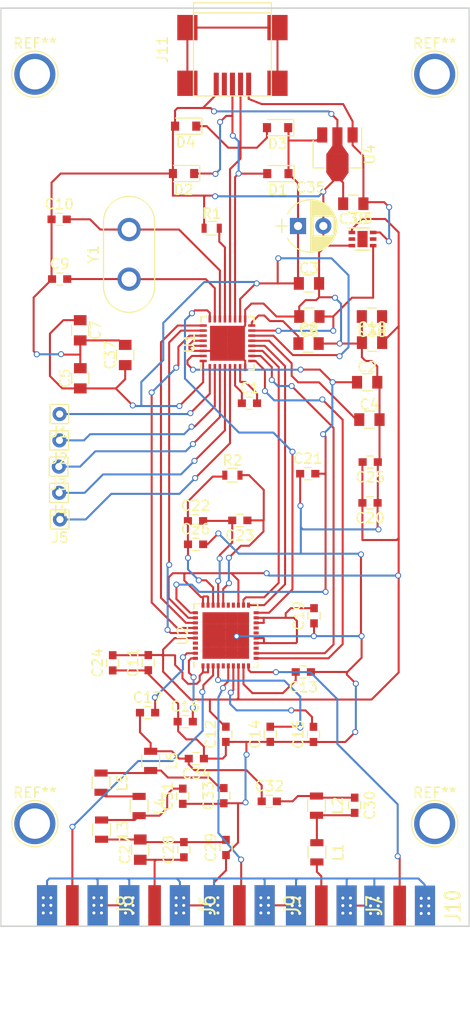
<source format=kicad_pcb>
(kicad_pcb (version 4) (host pcbnew 4.0.7)
  (layers (0 F.Cu signal) (31 B.Cu signal) (34 B.Paste user) (35 F.Paste user) (36 B.SilkS user) (37 F.SilkS user) (38 B.Mask user) (39 F.Mask user) (44 Edge.Cuts user))
  (net 0 "")
  (net 1 "Net-(C1-Pad2)")
  (net 2 "Net-(C1-Pad1)")
  (net 3 VDDI)
  (net 4 VDIG)
  (net 5 "Net-(C4-Pad1)")
  (net 6 V18-SYNTH)
  (net 7 "Net-(C9-Pad2)")
  (net 8 VRF)
  (net 9 "Net-(C13-Pad2)")
  (net 10 "Net-(C14-Pad2)")
  (net 11 "Net-(C15-Pad2)")
  (net 12 "Net-(C16-Pad2)")
  (net 13 HFPORT)
  (net 14 "Net-(C22-Pad1)")
  (net 15 USB_DP)
  (net 16 USB_DM)
  (net 17 I_IN_P)
  (net 18 I_IN_N)
  (net 19 Q_IN_P)
  (net 20 Q_IN_N)
  (net 21 "Net-(R1-Pad2)")
  (net 22 REFCLK)
  (net 23 SPI_LAT)
  (net 24 SPI_DATA)
  (net 25 SPI_CLK)
  (net 26 VHF_120_250MHZ)
  (net 27 UHF_400_1000MHZ)
  (net 28 VHF_50_120MHZ)
  (net 29 "Net-(U2-Pad16)")
  (net 30 LNAND_IN)
  (net 31 LBAND-INB)
  (net 32 "Net-(U2-Pad37)")
  (net 33 "Net-(U3-Pad2)")
  (net 34 "Net-(C31-Pad2)")
  (net 35 GND)
  (net 36 "Net-(J3-Pad1)")
  (net 37 "Net-(U2-Pad5)")
  (net 38 "Net-(U2-Pad13)")
  (net 39 "Net-(U2-Pad17)")
  (net 40 "Net-(U2-Pad38)")
  (net 41 "Net-(U3-Pad5)")
  (net 42 "Net-(J7-Pad1)")
  (net 43 "Net-(C8-Pad1)")
  (net 44 "Net-(C10-Pad2)")
  (net 45 "Net-(C17-Pad2)")
  (net 46 "Net-(C19-Pad2)")
  (net 47 "Net-(C22-Pad2)")
  (net 48 "Net-(C23-Pad1)")
  (net 49 "Net-(C27-Pad2)")
  (net 50 "Net-(C27-Pad1)")
  (net 51 "Net-(C30-Pad2)")
  (net 52 "Net-(C30-Pad1)")
  (net 53 "Net-(C33-Pad2)")
  (net 54 "Net-(J1-Pad1)")
  (net 55 "Net-(J2-Pad1)")
  (net 56 "Net-(J4-Pad1)")
  (net 57 "Net-(J5-Pad1)")
  (net 58 "Net-(L4-Pad1)")
  (net 59 "Net-(J11-Pad4)")
  (net 60 "Net-(J11-Pad6)")
  (net 61 "Net-(C38-Pad1)")
  (module Connectors:1pin (layer F.Cu) (at 156 124)
    (fp_text reference REF** (at 0 -3.048) (layer F.SilkS))
    (fp_text value 1pin)
    (pad 1 thru_hole circle (at 0 0) (size 4.064 4.064) (drill 3) (layers *.Cu *.Mask))
  )
  (module Connectors:1pin (layer F.Cu) (at 116.5 124)
    (fp_text reference REF** (at 0 -3.048) (layer F.SilkS))
    (fp_text value 1pin)
    (pad 1 thru_hole circle (at 0 0) (size 4.064 4.064) (drill 3) (layers *.Cu *.Mask))
  )
  (module Connectors:1pin (layer F.Cu) (at 156 50)
    (fp_text reference REF** (at 0 -3.048) (layer F.SilkS))
    (fp_text value 1pin)
    (pad 1 thru_hole circle (at 0 0) (size 4.064 4.064) (drill 3) (layers *.Cu *.Mask))
  )
  (module Connectors:1pin (layer F.Cu) (at 116.5 50)
    (fp_text reference REF** (at 0 -3.048) (layer F.SilkS))
    (fp_text value 1pin)
    (pad 1 thru_hole circle (at 0 0) (size 4.064 4.064) (drill 3) (layers *.Cu *.Mask))
  )
  (module Capacitors_SMD:C_0603 (layer F.Cu) (at 137.699 82.486)
    (fp_text reference C1 (at 0 -1.5) (layer F.SilkS))
    (fp_text value 10nF)
    (pad 2 smd rect (at 0.75 0) (size 0.8 0.75) (layers F.Cu F.Paste F.Mask) (net 1 "Net-(C1-Pad2)"))
    (pad 1 smd rect (at -0.75 0) (size 0.8 0.75) (layers F.Cu F.Paste F.Mask) (net 2 "Net-(C1-Pad1)"))
  )
  (module Capacitors_SMD:C_0805 (layer F.Cu) (at 149.329 80.416)
    (fp_text reference C2 (at 0 -1.5) (layer F.SilkS))
    (fp_text value 10uF)
    (pad 1 smd rect (at -1 0) (size 1 1.25) (layers F.Cu F.Paste F.Mask) (net 3 VDDI))
    (pad 2 smd rect (at 1 0) (size 1 1.25) (layers F.Cu F.Paste F.Mask) (net 35 GND))
  )
  (module Capacitors_SMD:C_0805 (layer F.Cu) (at 143.579 70.656)
    (fp_text reference C3 (at 0 -1.5) (layer F.SilkS))
    (fp_text value 10uF)
    (pad 1 smd rect (at -1 0) (size 1 1.25) (layers F.Cu F.Paste F.Mask) (net 4 VDIG))
    (pad 2 smd rect (at 1 0) (size 1 1.25) (layers F.Cu F.Paste F.Mask) (net 35 GND))
  )
  (module Capacitors_SMD:C_0805 (layer F.Cu) (at 149.549 84.106)
    (fp_text reference C4 (at 0 -1.5) (layer F.SilkS))
    (fp_text value 10uF)
    (pad 1 smd rect (at -1 0) (size 1 1.25) (layers F.Cu F.Paste F.Mask) (net 5 "Net-(C4-Pad1)"))
    (pad 2 smd rect (at 1 0) (size 1 1.25) (layers F.Cu F.Paste F.Mask) (net 35 GND))
  )
  (module Capacitors_SMD:C_0805 (layer F.Cu) (at 120.989 80.026 90)
    (fp_text reference C5 (at 0 -1.5 90) (layer F.SilkS))
    (fp_text value 10uF)
    (pad 1 smd rect (at -1 0 90) (size 1 1.25) (layers F.Cu F.Paste F.Mask) (net 4 VDIG))
    (pad 2 smd rect (at 1 0 90) (size 1 1.25) (layers F.Cu F.Paste F.Mask) (net 35 GND))
  )
  (module Capacitors_SMD:C_0805 (layer F.Cu) (at 143.619 73.926 180)
    (fp_text reference C6 (at 0 -1.5 180) (layer F.SilkS))
    (fp_text value 1uF)
    (pad 1 smd rect (at -1 0 180) (size 1 1.25) (layers F.Cu F.Paste F.Mask) (net 6 V18-SYNTH))
    (pad 2 smd rect (at 1 0 180) (size 1 1.25) (layers F.Cu F.Paste F.Mask) (net 35 GND))
  )
  (module Capacitors_SMD:C_0805 (layer F.Cu) (at 120.979 75.286 270)
    (fp_text reference C7 (at 0 -1.5 270) (layer F.SilkS))
    (fp_text value 10uF)
    (pad 1 smd rect (at -1 0 270) (size 1 1.25) (layers F.Cu F.Paste F.Mask) (net 4 VDIG))
    (pad 2 smd rect (at 1 0 270) (size 1 1.25) (layers F.Cu F.Paste F.Mask) (net 35 GND))
  )
  (module Capacitors_SMD:C_0805 (layer F.Cu) (at 143.539 76.596)
    (fp_text reference C8 (at 0 -1.5) (layer F.SilkS))
    (fp_text value 1uF)
    (pad 1 smd rect (at -1 0) (size 1 1.25) (layers F.Cu F.Paste F.Mask) (net 43 "Net-(C8-Pad1)"))
    (pad 2 smd rect (at 1 0) (size 1 1.25) (layers F.Cu F.Paste F.Mask) (net 35 GND))
  )
  (module Capacitors_SMD:C_0603 (layer F.Cu) (at 118.949 70.226)
    (fp_text reference C9 (at 0 -1.5) (layer F.SilkS))
    (fp_text value 18pF)
    (pad 2 smd rect (at 0.75 0) (size 0.8 0.75) (layers F.Cu F.Paste F.Mask) (net 7 "Net-(C9-Pad2)"))
    (pad 1 smd rect (at -0.75 0) (size 0.8 0.75) (layers F.Cu F.Paste F.Mask) (net 35 GND))
  )
  (module Capacitors_SMD:C_0603 (layer F.Cu) (at 118.899 64.326)
    (fp_text reference C10 (at 0 -1.5) (layer F.SilkS))
    (fp_text value 18pF)
    (pad 2 smd rect (at 0.75 0) (size 0.8 0.75) (layers F.Cu F.Paste F.Mask) (net 44 "Net-(C10-Pad2)"))
    (pad 1 smd rect (at -0.75 0) (size 0.8 0.75) (layers F.Cu F.Paste F.Mask) (net 35 GND))
  )
  (module Capacitors_SMD:C_0603 (layer F.Cu) (at 127.70612 108.1024 90)
    (fp_text reference C11 (at 0 -1.5 90) (layer F.SilkS))
    (fp_text value 10nF)
    (pad 2 smd rect (at 0.75 0 90) (size 0.8 0.75) (layers F.Cu F.Paste F.Mask) (net 8 VRF))
    (pad 1 smd rect (at -0.75 0 90) (size 0.8 0.75) (layers F.Cu F.Paste F.Mask) (net 35 GND))
  )
  (module Capacitors_SMD:C_0603 (layer F.Cu) (at 135.36676 115.17884 90)
    (fp_text reference C12 (at 0 -1.5 90) (layer F.SilkS))
    (fp_text value 10nF)
    (pad 2 smd rect (at 0.75 0 90) (size 0.8 0.75) (layers F.Cu F.Paste F.Mask) (net 8 VRF))
    (pad 1 smd rect (at -0.75 0 90) (size 0.8 0.75) (layers F.Cu F.Paste F.Mask) (net 35 GND))
  )
  (module Capacitors_SMD:C_0603 (layer F.Cu) (at 143.019 109.026 180)
    (fp_text reference C13 (at 0 -1.5 180) (layer F.SilkS))
    (fp_text value 10nF)
    (pad 2 smd rect (at 0.75 0 180) (size 0.8 0.75) (layers F.Cu F.Paste F.Mask) (net 9 "Net-(C13-Pad2)"))
    (pad 1 smd rect (at -0.75 0 180) (size 0.8 0.75) (layers F.Cu F.Paste F.Mask) (net 35 GND))
  )
  (module Capacitors_SMD:C_0603 (layer F.Cu) (at 139.75588 115.17884 90)
    (fp_text reference C14 (at 0 -1.5 90) (layer F.SilkS))
    (fp_text value 10nF)
    (pad 2 smd rect (at 0.75 0 90) (size 0.8 0.75) (layers F.Cu F.Paste F.Mask) (net 10 "Net-(C14-Pad2)"))
    (pad 1 smd rect (at -0.75 0 90) (size 0.8 0.75) (layers F.Cu F.Paste F.Mask) (net 35 GND))
  )
  (module Capacitors_SMD:C_0603 (layer F.Cu) (at 144.02308 115.189 90)
    (fp_text reference C15 (at 0 -1.5 90) (layer F.SilkS))
    (fp_text value 10nF)
    (pad 2 smd rect (at 0.75 0 90) (size 0.8 0.75) (layers F.Cu F.Paste F.Mask) (net 11 "Net-(C15-Pad2)"))
    (pad 1 smd rect (at -0.75 0 90) (size 0.8 0.75) (layers F.Cu F.Paste F.Mask) (net 35 GND))
  )
  (module Capacitors_SMD:C_0603 (layer F.Cu) (at 131.35356 113.92662)
    (fp_text reference C16 (at 0 -1.5) (layer F.SilkS))
    (fp_text value 100nF)
    (pad 2 smd rect (at 0.75 0) (size 0.8 0.75) (layers F.Cu F.Paste F.Mask) (net 12 "Net-(C16-Pad2)"))
    (pad 1 smd rect (at -0.75 0) (size 0.8 0.75) (layers F.Cu F.Paste F.Mask) (net 35 GND))
  )
  (module Capacitors_SMD:C_0603 (layer F.Cu) (at 127.635 113.0427)
    (fp_text reference C17 (at 0 -1.5) (layer F.SilkS))
    (fp_text value 100nF)
    (pad 2 smd rect (at 0.75 0) (size 0.8 0.75) (layers F.Cu F.Paste F.Mask) (net 45 "Net-(C17-Pad2)"))
    (pad 1 smd rect (at -0.75 0) (size 0.8 0.75) (layers F.Cu F.Paste F.Mask) (net 13 HFPORT))
  )
  (module Capacitors_SMD:C_0805 (layer F.Cu) (at 149.809 76.506)
    (fp_text reference C18 (at 0 -1.5) (layer F.SilkS))
    (fp_text value 1uF)
    (pad 1 smd rect (at -1 0) (size 1 1.25) (layers F.Cu F.Paste F.Mask) (net 35 GND))
    (pad 2 smd rect (at 1 0) (size 1 1.25) (layers F.Cu F.Paste F.Mask) (net 8 VRF))
  )
  (module Capacitors_SMD:C_0603 (layer F.Cu) (at 144.079 103.476 90)
    (fp_text reference C19 (at 0 -1.5 90) (layer F.SilkS))
    (fp_text value 10nF)
    (pad 2 smd rect (at 0.75 0 90) (size 0.8 0.75) (layers F.Cu F.Paste F.Mask) (net 46 "Net-(C19-Pad2)"))
    (pad 1 smd rect (at -0.75 0 90) (size 0.8 0.75) (layers F.Cu F.Paste F.Mask) (net 35 GND))
  )
  (module Capacitors_SMD:C_0603 (layer F.Cu) (at 149.609 92.326 180)
    (fp_text reference C20 (at 0 -1.5 180) (layer F.SilkS))
    (fp_text value 10nF)
    (pad 2 smd rect (at 0.75 0 180) (size 0.8 0.75) (layers F.Cu F.Paste F.Mask) (net 8 VRF))
    (pad 1 smd rect (at -0.75 0 180) (size 0.8 0.75) (layers F.Cu F.Paste F.Mask) (net 35 GND))
  )
  (module Capacitors_SMD:C_0603 (layer F.Cu) (at 143.459 89.446)
    (fp_text reference C21 (at 0 -1.5) (layer F.SilkS))
    (fp_text value 10nF)
    (pad 2 smd rect (at 0.75 0) (size 0.8 0.75) (layers F.Cu F.Paste F.Mask) (net 3 VDDI))
    (pad 1 smd rect (at -0.75 0) (size 0.8 0.75) (layers F.Cu F.Paste F.Mask) (net 35 GND))
  )
  (module Capacitors_SMD:C_0603 (layer F.Cu) (at 132.369 94.106)
    (fp_text reference C22 (at 0 -1.5) (layer F.SilkS))
    (fp_text value 6800pF)
    (pad 2 smd rect (at 0.75 0) (size 0.8 0.75) (layers F.Cu F.Paste F.Mask) (net 47 "Net-(C22-Pad2)"))
    (pad 1 smd rect (at -0.75 0) (size 0.8 0.75) (layers F.Cu F.Paste F.Mask) (net 14 "Net-(C22-Pad1)"))
  )
  (module Capacitors_SMD:C_0603 (layer F.Cu) (at 136.749 94.056 180)
    (fp_text reference C23 (at 0 -1.5 180) (layer F.SilkS))
    (fp_text value 6800pF)
    (pad 2 smd rect (at 0.75 0 180) (size 0.8 0.75) (layers F.Cu F.Paste F.Mask) (net 47 "Net-(C22-Pad2)"))
    (pad 1 smd rect (at -0.75 0 180) (size 0.8 0.75) (layers F.Cu F.Paste F.Mask) (net 48 "Net-(C23-Pad1)"))
  )
  (module Capacitors_SMD:C_0603 (layer F.Cu) (at 124.19076 108.12272 90)
    (fp_text reference C24 (at 0 -1.5 90) (layer F.SilkS))
    (fp_text value 10nF)
    (pad 2 smd rect (at 0.75 0 90) (size 0.8 0.75) (layers F.Cu F.Paste F.Mask) (net 8 VRF))
    (pad 1 smd rect (at -0.75 0 90) (size 0.8 0.75) (layers F.Cu F.Paste F.Mask) (net 35 GND))
  )
  (module Capacitors_SMD:C_0603 (layer F.Cu) (at 149.629 88.296 180)
    (fp_text reference C25 (at 0 -1.5 180) (layer F.SilkS))
    (fp_text value 10nF)
    (pad 2 smd rect (at 0.75 0 180) (size 0.8 0.75) (layers F.Cu F.Paste F.Mask) (net 8 VRF))
    (pad 1 smd rect (at -0.75 0 180) (size 0.8 0.75) (layers F.Cu F.Paste F.Mask) (net 35 GND))
  )
  (module Capacitors_SMD:C_0603 (layer F.Cu) (at 132.37972 96.4184)
    (fp_text reference C26 (at 0 -1.5) (layer F.SilkS))
    (fp_text value 10nF)
    (pad 2 smd rect (at 0.75 0) (size 0.8 0.75) (layers F.Cu F.Paste F.Mask) (net 35 GND))
    (pad 1 smd rect (at -0.75 0) (size 0.8 0.75) (layers F.Cu F.Paste F.Mask) (net 14 "Net-(C22-Pad1)"))
  )
  (module Capacitors_SMD:C_0805 (layer F.Cu) (at 126.9111 126.5682 90)
    (fp_text reference C27 (at 0 -1.5 90) (layer F.SilkS))
    (fp_text value 470nF)
    (pad 1 smd rect (at -1 0 90) (size 1 1.25) (layers F.Cu F.Paste F.Mask) (net 50 "Net-(C27-Pad1)"))
    (pad 2 smd rect (at 1 0 90) (size 1 1.25) (layers F.Cu F.Paste F.Mask) (net 49 "Net-(C27-Pad2)"))
  )
  (module Capacitors_SMD:C_0603 (layer F.Cu) (at 131.22148 126.57582 90)
    (fp_text reference C28 (at 0 -1.5 90) (layer F.SilkS))
    (fp_text value 1nF)
    (pad 2 smd rect (at 0.75 0 90) (size 0.8 0.75) (layers F.Cu F.Paste F.Mask) (net 49 "Net-(C27-Pad2)"))
    (pad 1 smd rect (at -0.75 0 90) (size 0.8 0.75) (layers F.Cu F.Paste F.Mask) (net 50 "Net-(C27-Pad1)"))
  )
  (module Capacitors_SMD:C_0603 (layer F.Cu) (at 135.38454 126.3523 90)
    (fp_text reference C29 (at 0 -1.5 90) (layer F.SilkS))
    (fp_text value 56pF)
    (pad 2 smd rect (at 0.75 0 90) (size 0.8 0.75) (layers F.Cu F.Paste F.Mask) (net 49 "Net-(C27-Pad2)"))
    (pad 1 smd rect (at -0.75 0 90) (size 0.8 0.75) (layers F.Cu F.Paste F.Mask) (net 35 GND))
  )
  (module Capacitors_SMD:C_0603 (layer F.Cu) (at 148.0947 122.1867 270)
    (fp_text reference C30 (at 0 -1.5 270) (layer F.SilkS))
    (fp_text value 3.9pF)
    (pad 2 smd rect (at 0.75 0 270) (size 0.8 0.75) (layers F.Cu F.Paste F.Mask) (net 51 "Net-(C30-Pad2)"))
    (pad 1 smd rect (at -0.75 0 270) (size 0.8 0.75) (layers F.Cu F.Paste F.Mask) (net 52 "Net-(C30-Pad1)"))
  )
  (module Capacitors_SMD:C_0603 (layer F.Cu) (at 131.10972 121.29516 90)
    (fp_text reference C31 (at 0 -1.5 90) (layer F.SilkS))
    (fp_text value 160pF)
    (pad 2 smd rect (at 0.75 0 90) (size 0.8 0.75) (layers F.Cu F.Paste F.Mask) (net 34 "Net-(C31-Pad2)"))
    (pad 1 smd rect (at -0.75 0 90) (size 0.8 0.75) (layers F.Cu F.Paste F.Mask) (net 35 GND))
  )
  (module Capacitors_SMD:C_0603 (layer F.Cu) (at 139.65936 121.79808)
    (fp_text reference C32 (at 0 -1.5) (layer F.SilkS))
    (fp_text value 39pF)
    (pad 2 smd rect (at 0.75 0) (size 0.8 0.75) (layers F.Cu F.Paste F.Mask) (net 52 "Net-(C30-Pad1)"))
    (pad 1 smd rect (at -0.75 0) (size 0.8 0.75) (layers F.Cu F.Paste F.Mask) (net 13 HFPORT))
  )
  (module Capacitors_SMD:C_0603 (layer F.Cu) (at 135.16102 121.23928 90)
    (fp_text reference C33 (at 0 -1.5 90) (layer F.SilkS))
    (fp_text value 160pF)
    (pad 2 smd rect (at 0.75 0 90) (size 0.8 0.75) (layers F.Cu F.Paste F.Mask) (net 53 "Net-(C33-Pad2)"))
    (pad 1 smd rect (at -0.75 0 90) (size 0.8 0.75) (layers F.Cu F.Paste F.Mask) (net 35 GND))
  )
  (module Capacitors_SMD:C_0603 (layer F.Cu) (at 132.45084 117.57914 180)
    (fp_text reference C34 (at 0 -1.5 180) (layer F.SilkS))
    (fp_text value 56pF)
    (pad 2 smd rect (at 0.75 0 180) (size 0.8 0.75) (layers F.Cu F.Paste F.Mask) (net 13 HFPORT))
    (pad 1 smd rect (at -0.75 0 180) (size 0.8 0.75) (layers F.Cu F.Paste F.Mask) (net 35 GND))
  )
  (module Capacitors_THT:CP_Radial_D5.0mm_P2.50mm (layer F.Cu) (at 142.499 64.986)
    (fp_text reference C35 (at 1.25 -3.81) (layer F.SilkS))
    (fp_text value 100uF)
    (pad 1 thru_hole rect (at 0 0) (size 1.6 1.6) (drill 0.8) (layers *.Cu *.Mask) (net 4 VDIG))
    (pad 2 thru_hole circle (at 2.5 0) (size 1.6 1.6) (drill 0.8) (layers *.Cu *.Mask) (net 35 GND))
  )
  (module Capacitors_SMD:C_0805 (layer F.Cu) (at 149.799 73.926 180)
    (fp_text reference C36 (at 0 -1.5 180) (layer F.SilkS))
    (fp_text value 10uF)
    (pad 1 smd rect (at -1 0 180) (size 1 1.25) (layers F.Cu F.Paste F.Mask) (net 8 VRF))
    (pad 2 smd rect (at 1 0 180) (size 1 1.25) (layers F.Cu F.Paste F.Mask) (net 35 GND))
  )
  (module Capacitors_SMD:C_0805 (layer F.Cu) (at 125.4252 77.724 90)
    (fp_text reference C37 (at 0 -1.5 90) (layer F.SilkS))
    (fp_text value 10uF)
    (pad 1 smd rect (at -1 0 90) (size 1 1.25) (layers F.Cu F.Paste F.Mask) (net 4 VDIG))
    (pad 2 smd rect (at 1 0 90) (size 1 1.25) (layers F.Cu F.Paste F.Mask) (net 35 GND))
  )
  (module Capacitors_SMD:C_0805 (layer F.Cu) (at 147.959 62.786 180)
    (fp_text reference C38 (at 0 -1.5 180) (layer F.SilkS))
    (fp_text value 10uF)
    (pad 1 smd rect (at -1 0 180) (size 1 1.25) (layers F.Cu F.Paste F.Mask) (net 61 "Net-(C38-Pad1)"))
    (pad 2 smd rect (at 1 0 180) (size 1 1.25) (layers F.Cu F.Paste F.Mask) (net 35 GND))
  )
  (module Diodes_SMD:D_0805 (layer F.Cu) (at 140.509 59.816 180)
    (fp_text reference D1 (at 0 -1.6 180) (layer F.SilkS))
    (fp_text value D)
    (pad 1 smd rect (at -1.05 0 180) (size 0.8 0.9) (layers F.Cu F.Paste F.Mask) (net 4 VDIG))
    (pad 2 smd rect (at 1.05 0 180) (size 0.8 0.9) (layers F.Cu F.Paste F.Mask) (net 15 USB_DP))
  )
  (module Diodes_SMD:D_0805 (layer F.Cu) (at 131.189 59.806 180)
    (fp_text reference D2 (at 0 -1.6 180) (layer F.SilkS))
    (fp_text value D)
    (pad 1 smd rect (at -1.05 0 180) (size 0.8 0.9) (layers F.Cu F.Paste F.Mask) (net 15 USB_DP))
    (pad 2 smd rect (at 1.05 0 180) (size 0.8 0.9) (layers F.Cu F.Paste F.Mask) (net 35 GND))
  )
  (module Diodes_SMD:D_0805 (layer F.Cu) (at 140.479 55.276 180)
    (fp_text reference D3 (at 0 -1.6 180) (layer F.SilkS))
    (fp_text value D)
    (pad 1 smd rect (at -1.05 0 180) (size 0.8 0.9) (layers F.Cu F.Paste F.Mask) (net 4 VDIG))
    (pad 2 smd rect (at 1.05 0 180) (size 0.8 0.9) (layers F.Cu F.Paste F.Mask) (net 16 USB_DM))
  )
  (module Diodes_SMD:D_0805 (layer F.Cu) (at 131.399 55.126 180)
    (fp_text reference D4 (at 0 -1.6 180) (layer F.SilkS))
    (fp_text value D)
    (pad 1 smd rect (at -1.05 0 180) (size 0.8 0.9) (layers F.Cu F.Paste F.Mask) (net 16 USB_DM))
    (pad 2 smd rect (at 1.05 0 180) (size 0.8 0.9) (layers F.Cu F.Paste F.Mask) (net 35 GND))
  )
  (module sma:SMA_OPL_EM (layer F.Cu) (at 128.329 134.576 90)
    (fp_text reference J6 (at 2.5 5.25 90) (layer F.SilkS) (effects (font (size 1.5 1.2) (thickness 0.2))))
    (fp_text value SMA_0_30MHZ hide)
    (pad 1 smd rect (at 2.5 0 90) (size 4 1.25) (layers F.Cu F.Mask) (net 50 "Net-(C27-Pad1)"))
    (pad 2 smd rect (at 2.5 2.5 90) (size 4 2) (layers *.Cu *.Mask) (net 35 GND))
    (pad 2 thru_hole circle (at 1.75 2.875 90) (size 0.4 0.4) (drill 0.3) (layers *.Cu) (net 35 GND))
    (pad 2 thru_hole circle (at 1.75 2.125 90) (size 0.4 0.4) (drill 0.3) (layers *.Cu) (net 35 GND))
    (pad 2 thru_hole circle (at 2.5 2.875 90) (size 0.4 0.4) (drill 0.3) (layers *.Cu) (net 35 GND))
    (pad 2 thru_hole circle (at 2.5 2.125 90) (size 0.4 0.4) (drill 0.3) (layers *.Cu) (net 35 GND))
    (pad 2 thru_hole circle (at 3.25 2.875 90) (size 0.4 0.4) (drill 0.3) (layers *.Cu) (net 35 GND))
    (pad 2 thru_hole circle (at 3.25 2.125 90) (size 0.4 0.4) (drill 0.3) (layers *.Cu) (net 35 GND))
    (pad 3 smd rect (at 2.5 -2.5 90) (size 4 2) (layers *.Cu *.Mask) (net 35 GND))
    (pad 3 thru_hole circle (at 1.75 -2.875 90) (size 0.4 0.4) (drill 0.3) (layers *.Cu) (net 35 GND))
    (pad 3 thru_hole circle (at 1.75 -2.125 90) (size 0.4 0.4) (drill 0.3) (layers *.Cu) (net 35 GND))
    (pad 3 thru_hole circle (at 2.5 -2.875 90) (size 0.4 0.4) (drill 0.3) (layers *.Cu) (net 35 GND))
    (pad 3 thru_hole circle (at 2.5 -2.125 90) (size 0.4 0.4) (drill 0.3) (layers *.Cu) (net 35 GND))
    (pad 3 thru_hole circle (at 3.25 -2.875 90) (size 0.4 0.4) (drill 0.3) (layers *.Cu) (net 35 GND))
    (pad 3 thru_hole circle (at 3.25 -2.125 90) (size 0.4 0.4) (drill 0.3) (layers *.Cu) (net 35 GND))
  )
  (module sma:SMA_OPL_EM (layer F.Cu) (at 144.80032 134.5946 90)
    (fp_text reference J7 (at 2.5 5.25 90) (layer F.SilkS) (effects (font (size 1.5 1.2) (thickness 0.2))))
    (fp_text value SMA_30_60MHZ hide)
    (pad 1 smd rect (at 2.5 0 90) (size 4 1.25) (layers F.Cu F.Mask) (net 42 "Net-(J7-Pad1)"))
    (pad 2 smd rect (at 2.5 2.5 90) (size 4 2) (layers *.Cu *.Mask) (net 35 GND))
    (pad 2 thru_hole circle (at 1.75 2.875 90) (size 0.4 0.4) (drill 0.3) (layers *.Cu) (net 35 GND))
    (pad 2 thru_hole circle (at 1.75 2.125 90) (size 0.4 0.4) (drill 0.3) (layers *.Cu) (net 35 GND))
    (pad 2 thru_hole circle (at 2.5 2.875 90) (size 0.4 0.4) (drill 0.3) (layers *.Cu) (net 35 GND))
    (pad 2 thru_hole circle (at 2.5 2.125 90) (size 0.4 0.4) (drill 0.3) (layers *.Cu) (net 35 GND))
    (pad 2 thru_hole circle (at 3.25 2.875 90) (size 0.4 0.4) (drill 0.3) (layers *.Cu) (net 35 GND))
    (pad 2 thru_hole circle (at 3.25 2.125 90) (size 0.4 0.4) (drill 0.3) (layers *.Cu) (net 35 GND))
    (pad 3 smd rect (at 2.5 -2.5 90) (size 4 2) (layers *.Cu *.Mask) (net 35 GND))
    (pad 3 thru_hole circle (at 1.75 -2.875 90) (size 0.4 0.4) (drill 0.3) (layers *.Cu) (net 35 GND))
    (pad 3 thru_hole circle (at 1.75 -2.125 90) (size 0.4 0.4) (drill 0.3) (layers *.Cu) (net 35 GND))
    (pad 3 thru_hole circle (at 2.5 -2.875 90) (size 0.4 0.4) (drill 0.3) (layers *.Cu) (net 35 GND))
    (pad 3 thru_hole circle (at 2.5 -2.125 90) (size 0.4 0.4) (drill 0.3) (layers *.Cu) (net 35 GND))
    (pad 3 thru_hole circle (at 3.25 -2.875 90) (size 0.4 0.4) (drill 0.3) (layers *.Cu) (net 35 GND))
    (pad 3 thru_hole circle (at 3.25 -2.125 90) (size 0.4 0.4) (drill 0.3) (layers *.Cu) (net 35 GND))
  )
  (module sma:SMA_OPL_EMPTYHEAD (layer F.Cu) (at 120.2055 134.5692 90)
    (fp_text reference J8 (at 2.5 5.25 90) (layer F.SilkS) (effects (font (size 1.5 1.2) (thickness 0.2))))
    (fp_text value SMA_VHF2 hide)
    (pad 1 smd rect (at 2.5 0 90) (size 4 1.25) (layers F.Cu F.Mask) (net 26 VHF_120_250MHZ))
    (pad 2 smd rect (at 2.5 2.5 90) (size 4 2) (layers *.Cu *.Mask) (net 35 GND))
    (pad 2 thru_hole circle (at 1.75 2.875 90) (size 0.4 0.4) (drill 0.3) (layers *.Cu) (net 35 GND))
    (pad 2 thru_hole circle (at 1.75 2.125 90) (size 0.4 0.4) (drill 0.3) (layers *.Cu) (net 35 GND))
    (pad 2 thru_hole circle (at 2.5 2.875 90) (size 0.4 0.4) (drill 0.3) (layers *.Cu) (net 35 GND))
    (pad 2 thru_hole circle (at 2.5 2.125 90) (size 0.4 0.4) (drill 0.3) (layers *.Cu) (net 35 GND))
    (pad 2 thru_hole circle (at 3.25 2.875 90) (size 0.4 0.4) (drill 0.3) (layers *.Cu) (net 35 GND))
    (pad 2 thru_hole circle (at 3.25 2.125 90) (size 0.4 0.4) (drill 0.3) (layers *.Cu) (net 35 GND))
    (pad 3 smd rect (at 2.5 -2.5 90) (size 4 2) (layers *.Cu *.Mask) (net 35 GND))
    (pad 3 thru_hole circle (at 1.75 -2.875 90) (size 0.4 0.4) (drill 0.3) (layers *.Cu) (net 35 GND))
    (pad 3 thru_hole circle (at 1.75 -2.125 90) (size 0.4 0.4) (drill 0.3) (layers *.Cu) (net 35 GND))
    (pad 3 thru_hole circle (at 2.5 -2.875 90) (size 0.4 0.4) (drill 0.3) (layers *.Cu) (net 35 GND))
    (pad 3 thru_hole circle (at 2.5 -2.125 90) (size 0.4 0.4) (drill 0.3) (layers *.Cu) (net 35 GND))
    (pad 3 thru_hole circle (at 3.25 -2.875 90) (size 0.4 0.4) (drill 0.3) (layers *.Cu) (net 35 GND))
    (pad 3 thru_hole circle (at 3.25 -2.125 90) (size 0.4 0.4) (drill 0.3) (layers *.Cu) (net 35 GND))
  )
  (module sma:SMA_OPL_EMPTYHEAD (layer F.Cu) (at 136.7028 134.5692 90)
    (fp_text reference J9 (at 2.5 5.25 90) (layer F.SilkS) (effects (font (size 1.5 1.2) (thickness 0.2))))
    (fp_text value SMA_UHF hide)
    (pad 1 smd rect (at 2.5 0 90) (size 4 1.25) (layers F.Cu F.Mask) (net 27 UHF_400_1000MHZ))
    (pad 2 smd rect (at 2.5 2.5 90) (size 4 2) (layers *.Cu *.Mask) (net 35 GND))
    (pad 2 thru_hole circle (at 1.75 2.875 90) (size 0.4 0.4) (drill 0.3) (layers *.Cu) (net 35 GND))
    (pad 2 thru_hole circle (at 1.75 2.125 90) (size 0.4 0.4) (drill 0.3) (layers *.Cu) (net 35 GND))
    (pad 2 thru_hole circle (at 2.5 2.875 90) (size 0.4 0.4) (drill 0.3) (layers *.Cu) (net 35 GND))
    (pad 2 thru_hole circle (at 2.5 2.125 90) (size 0.4 0.4) (drill 0.3) (layers *.Cu) (net 35 GND))
    (pad 2 thru_hole circle (at 3.25 2.875 90) (size 0.4 0.4) (drill 0.3) (layers *.Cu) (net 35 GND))
    (pad 2 thru_hole circle (at 3.25 2.125 90) (size 0.4 0.4) (drill 0.3) (layers *.Cu) (net 35 GND))
    (pad 3 smd rect (at 2.5 -2.5 90) (size 4 2) (layers *.Cu *.Mask) (net 35 GND))
    (pad 3 thru_hole circle (at 1.75 -2.875 90) (size 0.4 0.4) (drill 0.3) (layers *.Cu) (net 35 GND))
    (pad 3 thru_hole circle (at 1.75 -2.125 90) (size 0.4 0.4) (drill 0.3) (layers *.Cu) (net 35 GND))
    (pad 3 thru_hole circle (at 2.5 -2.875 90) (size 0.4 0.4) (drill 0.3) (layers *.Cu) (net 35 GND))
    (pad 3 thru_hole circle (at 2.5 -2.125 90) (size 0.4 0.4) (drill 0.3) (layers *.Cu) (net 35 GND))
    (pad 3 thru_hole circle (at 3.25 -2.875 90) (size 0.4 0.4) (drill 0.3) (layers *.Cu) (net 35 GND))
    (pad 3 thru_hole circle (at 3.25 -2.125 90) (size 0.4 0.4) (drill 0.3) (layers *.Cu) (net 35 GND))
  )
  (module sma:SMA_OPL_EMPTYHEAD (layer F.Cu) (at 152.5397 134.62254 90)
    (fp_text reference J10 (at 2.5 5.25 90) (layer F.SilkS) (effects (font (size 1.5 1.2) (thickness 0.2))))
    (fp_text value SMA_VHF1 hide)
    (pad 1 smd rect (at 2.5 0 90) (size 4 1.25) (layers F.Cu F.Mask) (net 28 VHF_50_120MHZ))
    (pad 2 smd rect (at 2.5 2.5 90) (size 4 2) (layers *.Cu *.Mask) (net 35 GND))
    (pad 2 thru_hole circle (at 1.75 2.875 90) (size 0.4 0.4) (drill 0.3) (layers *.Cu) (net 35 GND))
    (pad 2 thru_hole circle (at 1.75 2.125 90) (size 0.4 0.4) (drill 0.3) (layers *.Cu) (net 35 GND))
    (pad 2 thru_hole circle (at 2.5 2.875 90) (size 0.4 0.4) (drill 0.3) (layers *.Cu) (net 35 GND))
    (pad 2 thru_hole circle (at 2.5 2.125 90) (size 0.4 0.4) (drill 0.3) (layers *.Cu) (net 35 GND))
    (pad 2 thru_hole circle (at 3.25 2.875 90) (size 0.4 0.4) (drill 0.3) (layers *.Cu) (net 35 GND))
    (pad 2 thru_hole circle (at 3.25 2.125 90) (size 0.4 0.4) (drill 0.3) (layers *.Cu) (net 35 GND))
    (pad 3 smd rect (at 2.5 -2.5 90) (size 4 2) (layers *.Cu *.Mask) (net 35 GND))
    (pad 3 thru_hole circle (at 1.75 -2.875 90) (size 0.4 0.4) (drill 0.3) (layers *.Cu) (net 35 GND))
    (pad 3 thru_hole circle (at 1.75 -2.125 90) (size 0.4 0.4) (drill 0.3) (layers *.Cu) (net 35 GND))
    (pad 3 thru_hole circle (at 2.5 -2.875 90) (size 0.4 0.4) (drill 0.3) (layers *.Cu) (net 35 GND))
    (pad 3 thru_hole circle (at 2.5 -2.125 90) (size 0.4 0.4) (drill 0.3) (layers *.Cu) (net 35 GND))
    (pad 3 thru_hole circle (at 3.25 -2.875 90) (size 0.4 0.4) (drill 0.3) (layers *.Cu) (net 35 GND))
    (pad 3 thru_hole circle (at 3.25 -2.125 90) (size 0.4 0.4) (drill 0.3) (layers *.Cu) (net 35 GND))
  )
  (module Connectors:USB_Mini-B (layer F.Cu) (at 136.019 48.196 270)
    (fp_text reference J11 (at -0.65 6.9 270) (layer F.SilkS))
    (fp_text value USB_OTG)
    (pad 1 smd rect (at 2.8 -1.6 270) (size 2.3 0.5) (layers F.Cu F.Paste F.Mask) (net 61 "Net-(C38-Pad1)"))
    (pad 2 smd rect (at 2.8 -0.8 270) (size 2.3 0.5) (layers F.Cu F.Paste F.Mask) (net 16 USB_DM))
    (pad 3 smd rect (at 2.8 0 270) (size 2.3 0.5) (layers F.Cu F.Paste F.Mask) (net 15 USB_DP))
    (pad 4 smd rect (at 2.8 0.8 270) (size 2.3 0.5) (layers F.Cu F.Paste F.Mask) (net 59 "Net-(J11-Pad4)"))
    (pad 5 smd rect (at 2.8 1.6 270) (size 2.3 0.5) (layers F.Cu F.Paste F.Mask) (net 35 GND))
    (pad 6 smd rect (at 2.7 -4.45 270) (size 2.5 2) (layers F.Cu F.Paste F.Mask) (net 60 "Net-(J11-Pad6)"))
    (pad 6 smd rect (at -2.8 -4.45 270) (size 2.5 2) (layers F.Cu F.Paste F.Mask) (net 60 "Net-(J11-Pad6)"))
    (pad 6 smd rect (at 2.7 4.45 270) (size 2.5 2) (layers F.Cu F.Paste F.Mask) (net 60 "Net-(J11-Pad6)"))
    (pad 6 smd rect (at -2.8 4.45 270) (size 2.5 2) (layers F.Cu F.Paste F.Mask) (net 60 "Net-(J11-Pad6)"))
    (pad "" np_thru_hole circle (at 0.2 -2.2 270) (size 0.9 0.9) (drill 0.9) (layers *.Cu *.Mask))
    (pad "" np_thru_hole circle (at 0.2 2.2 270) (size 0.9 0.9) (drill 0.9) (layers *.Cu *.Mask))
  )
  (module Inductors_SMD:L_0805 (layer F.Cu) (at 144.3609 126.8349 270)
    (fp_text reference L1 (at 0 -2.1 270) (layer F.SilkS))
    (fp_text value 220nH)
    (pad 1 smd rect (at -0.95 0 270) (size 0.7 1.3) (layers F.Cu F.Paste F.Mask) (net 51 "Net-(C30-Pad2)"))
    (pad 2 smd rect (at 0.95 0 270) (size 0.7 1.3) (layers F.Cu F.Paste F.Mask) (net 42 "Net-(J7-Pad1)"))
  )
  (module Inductors_SMD:L_0805 (layer F.Cu) (at 144.3228 122.2248 270)
    (fp_text reference L2 (at 0 -2.1 270) (layer F.SilkS))
    (fp_text value 330nH)
    (pad 1 smd rect (at -0.95 0 270) (size 0.7 1.3) (layers F.Cu F.Paste F.Mask) (net 52 "Net-(C30-Pad1)"))
    (pad 2 smd rect (at 0.95 0 270) (size 0.7 1.3) (layers F.Cu F.Paste F.Mask) (net 51 "Net-(C30-Pad2)"))
  )
  (module Inductors_SMD:L_0805 (layer F.Cu) (at 123.09094 124.59208 270)
    (fp_text reference L3 (at 0 -2.1 270) (layer F.SilkS))
    (fp_text value 330nH)
    (pad 1 smd rect (at -0.95 0 270) (size 0.7 1.3) (layers F.Cu F.Paste F.Mask) (net 34 "Net-(C31-Pad2)"))
    (pad 2 smd rect (at 0.95 0 270) (size 0.7 1.3) (layers F.Cu F.Paste F.Mask) (net 49 "Net-(C27-Pad2)"))
  )
  (module Inductors_SMD:L_0805 (layer F.Cu) (at 126.7968 122.2629 270)
    (fp_text reference L4 (at 0 -2.1 270) (layer F.SilkS))
    (fp_text value 270nH)
    (pad 1 smd rect (at -0.95 0 270) (size 0.7 1.3) (layers F.Cu F.Paste F.Mask) (net 58 "Net-(L4-Pad1)"))
    (pad 2 smd rect (at 0.95 0 270) (size 0.7 1.3) (layers F.Cu F.Paste F.Mask) (net 34 "Net-(C31-Pad2)"))
  )
  (module Inductors_SMD:L_0805 (layer F.Cu) (at 123.03506 119.95404 270)
    (fp_text reference L5 (at 0 -2.1 270) (layer F.SilkS))
    (fp_text value 150nH)
    (pad 1 smd rect (at -0.95 0 270) (size 0.7 1.3) (layers F.Cu F.Paste F.Mask) (net 53 "Net-(C33-Pad2)"))
    (pad 2 smd rect (at 0.95 0 270) (size 0.7 1.3) (layers F.Cu F.Paste F.Mask) (net 58 "Net-(L4-Pad1)"))
  )
  (module Inductors_SMD:L_0805 (layer F.Cu) (at 127.9398 117.8052 270)
    (fp_text reference L6 (at 0 -2.1 270) (layer F.SilkS))
    (fp_text value 330nH)
    (pad 1 smd rect (at -0.95 0 270) (size 0.7 1.3) (layers F.Cu F.Paste F.Mask) (net 13 HFPORT))
    (pad 2 smd rect (at 0.95 0 270) (size 0.7 1.3) (layers F.Cu F.Paste F.Mask) (net 53 "Net-(C33-Pad2)"))
  )
  (module Resistors_SMD:R_0603 (layer F.Cu) (at 133.969 65.206)
    (fp_text reference R1 (at 0 -1.45) (layer F.SilkS))
    (fp_text value 510R)
    (pad 1 smd rect (at -0.75 0) (size 0.5 0.9) (layers F.Cu F.Paste F.Mask) (net 35 GND))
    (pad 2 smd rect (at 0.75 0) (size 0.5 0.9) (layers F.Cu F.Paste F.Mask) (net 21 "Net-(R1-Pad2)"))
  )
  (module Resistors_SMD:R_0603 (layer F.Cu) (at 136.017 89.59088)
    (fp_text reference R2 (at 0 -1.45) (layer F.SilkS))
    (fp_text value 390R)
    (pad 1 smd rect (at -0.75 0) (size 0.5 0.9) (layers F.Cu F.Paste F.Mask) (net 14 "Net-(C22-Pad1)"))
    (pad 2 smd rect (at 0.75 0) (size 0.5 0.9) (layers F.Cu F.Paste F.Mask) (net 48 "Net-(C23-Pad1)"))
  )
  (module Housings_DFN_QFN:QFN-32-1EP_5x5mm_Pitch0.5mm (layer F.Cu) (at 135.529 76.566 90)
    (fp_text reference U1 (at 0 -3.75 90) (layer F.SilkS))
    (fp_text value msi2500)
    (pad 1 smd rect (at -2.4 -1.75 90) (size 0.7 0.25) (layers F.Cu F.Paste F.Mask) (net 54 "Net-(J1-Pad1)"))
    (pad 2 smd rect (at -2.4 -1.25 90) (size 0.7 0.25) (layers F.Cu F.Paste F.Mask) (net 55 "Net-(J2-Pad1)"))
    (pad 3 smd rect (at -2.4 -0.75 90) (size 0.7 0.25) (layers F.Cu F.Paste F.Mask) (net 36 "Net-(J3-Pad1)"))
    (pad 4 smd rect (at -2.4 -0.25 90) (size 0.7 0.25) (layers F.Cu F.Paste F.Mask) (net 56 "Net-(J4-Pad1)"))
    (pad 5 smd rect (at -2.4 0.25 90) (size 0.7 0.25) (layers F.Cu F.Paste F.Mask) (net 57 "Net-(J5-Pad1)"))
    (pad 6 smd rect (at -2.4 0.75 90) (size 0.7 0.25) (layers F.Cu F.Paste F.Mask) (net 2 "Net-(C1-Pad1)"))
    (pad 7 smd rect (at -2.4 1.25 90) (size 0.7 0.25) (layers F.Cu F.Paste F.Mask) (net 1 "Net-(C1-Pad2)"))
    (pad 8 smd rect (at -2.4 1.75 90) (size 0.7 0.25) (layers F.Cu F.Paste F.Mask) (net 35 GND))
    (pad 9 smd rect (at -1.75 2.4 180) (size 0.7 0.25) (layers F.Cu F.Paste F.Mask) (net 17 I_IN_P))
    (pad 10 smd rect (at -1.25 2.4 180) (size 0.7 0.25) (layers F.Cu F.Paste F.Mask) (net 18 I_IN_N))
    (pad 11 smd rect (at -0.75 2.4 180) (size 0.7 0.25) (layers F.Cu F.Paste F.Mask) (net 19 Q_IN_P))
    (pad 12 smd rect (at -0.25 2.4 180) (size 0.7 0.25) (layers F.Cu F.Paste F.Mask) (net 20 Q_IN_N))
    (pad 13 smd rect (at 0.25 2.4 180) (size 0.7 0.25) (layers F.Cu F.Paste F.Mask) (net 5 "Net-(C4-Pad1)"))
    (pad 14 smd rect (at 0.75 2.4 180) (size 0.7 0.25) (layers F.Cu F.Paste F.Mask) (net 4 VDIG))
    (pad 15 smd rect (at 1.25 2.4 180) (size 0.7 0.25) (layers F.Cu F.Paste F.Mask) (net 6 V18-SYNTH))
    (pad 16 smd rect (at 1.75 2.4 180) (size 0.7 0.25) (layers F.Cu F.Paste F.Mask) (net 43 "Net-(C8-Pad1)"))
    (pad 17 smd rect (at 2.4 1.75 90) (size 0.7 0.25) (layers F.Cu F.Paste F.Mask) (net 35 GND))
    (pad 18 smd rect (at 2.4 1.25 90) (size 0.7 0.25) (layers F.Cu F.Paste F.Mask) (net 4 VDIG))
    (pad 19 smd rect (at 2.4 0.75 90) (size 0.7 0.25) (layers F.Cu F.Paste F.Mask) (net 15 USB_DP))
    (pad 20 smd rect (at 2.4 0.25 90) (size 0.7 0.25) (layers F.Cu F.Paste F.Mask) (net 16 USB_DM))
    (pad 21 smd rect (at 2.4 -0.25 90) (size 0.7 0.25) (layers F.Cu F.Paste F.Mask) (net 21 "Net-(R1-Pad2)"))
    (pad 22 smd rect (at 2.4 -0.75 90) (size 0.7 0.25) (layers F.Cu F.Paste F.Mask) (net 44 "Net-(C10-Pad2)"))
    (pad 23 smd rect (at 2.4 -1.25 90) (size 0.7 0.25) (layers F.Cu F.Paste F.Mask) (net 7 "Net-(C9-Pad2)"))
    (pad 24 smd rect (at 2.4 -1.75 90) (size 0.7 0.25) (layers F.Cu F.Paste F.Mask) (net 22 REFCLK))
    (pad 25 smd rect (at 1.75 -2.4 180) (size 0.7 0.25) (layers F.Cu F.Paste F.Mask) (net 23 SPI_LAT))
    (pad 26 smd rect (at 1.25 -2.4 180) (size 0.7 0.25) (layers F.Cu F.Paste F.Mask) (net 24 SPI_DATA))
    (pad 27 smd rect (at 0.75 -2.4 180) (size 0.7 0.25) (layers F.Cu F.Paste F.Mask) (net 25 SPI_CLK))
    (pad 28 smd rect (at 0.25 -2.4 180) (size 0.7 0.25) (layers F.Cu F.Paste F.Mask) (net 35 GND))
    (pad 29 smd rect (at -0.25 -2.4 180) (size 0.7 0.25) (layers F.Cu F.Paste F.Mask) (net 35 GND))
    (pad 30 smd rect (at -0.75 -2.4 180) (size 0.7 0.25) (layers F.Cu F.Paste F.Mask) (net 35 GND))
    (pad 31 smd rect (at -1.25 -2.4 180) (size 0.7 0.25) (layers F.Cu F.Paste F.Mask) (net 3 VDDI))
    (pad 32 smd rect (at -1.75 -2.4 180) (size 0.7 0.25) (layers F.Cu F.Paste F.Mask) (net 4 VDIG))
    (pad 33 smd rect (at 0.8625 0.8625 90) (size 1.725 1.725) (layers F.Cu F.Paste F.Mask) (net 35 GND))
    (pad 33 smd rect (at 0.8625 -0.8625 90) (size 1.725 1.725) (layers F.Cu F.Paste F.Mask) (net 35 GND))
    (pad 33 smd rect (at -0.8625 0.8625 90) (size 1.725 1.725) (layers F.Cu F.Paste F.Mask) (net 35 GND))
    (pad 33 smd rect (at -0.8625 -0.8625 90) (size 1.725 1.725) (layers F.Cu F.Paste F.Mask) (net 35 GND))
  )
  (module Housings_DFN_QFN:QFN-40-1EP_6x6mm_Pitch0.5mm (layer F.Cu) (at 135.359 105.426 90)
    (fp_text reference U2 (at 0 -4.25 90) (layer F.SilkS))
    (fp_text value msi001)
    (pad 1 smd rect (at -3 -2.25 90) (size 0.5 0.3) (layers F.Cu F.Paste F.Mask) (net 8 VRF))
    (pad 2 smd rect (at -3 -1.75 90) (size 0.5 0.3) (layers F.Cu F.Paste F.Mask) (net 8 VRF))
    (pad 3 smd rect (at -3 -1.25 90) (size 0.5 0.3) (layers F.Cu F.Paste F.Mask) (net 26 VHF_120_250MHZ))
    (pad 4 smd rect (at -3 -0.75 90) (size 0.5 0.3) (layers F.Cu F.Paste F.Mask) (net 10 "Net-(C14-Pad2)"))
    (pad 5 smd rect (at -3 -0.25 90) (size 0.5 0.3) (layers F.Cu F.Paste F.Mask) (net 37 "Net-(U2-Pad5)"))
    (pad 6 smd rect (at -3 0.25 90) (size 0.5 0.3) (layers F.Cu F.Paste F.Mask) (net 27 UHF_400_1000MHZ))
    (pad 7 smd rect (at -3 0.75 90) (size 0.5 0.3) (layers F.Cu F.Paste F.Mask) (net 11 "Net-(C15-Pad2)"))
    (pad 8 smd rect (at -3 1.25 90) (size 0.5 0.3) (layers F.Cu F.Paste F.Mask) (net 8 VRF))
    (pad 9 smd rect (at -3 1.75 90) (size 0.5 0.3) (layers F.Cu F.Paste F.Mask) (net 9 "Net-(C13-Pad2)"))
    (pad 10 smd rect (at -3 2.25 90) (size 0.5 0.3) (layers F.Cu F.Paste F.Mask) (net 28 VHF_50_120MHZ))
    (pad 11 smd rect (at -2.25 3 180) (size 0.5 0.3) (layers F.Cu F.Paste F.Mask) (net 17 I_IN_P))
    (pad 12 smd rect (at -1.75 3 180) (size 0.5 0.3) (layers F.Cu F.Paste F.Mask) (net 18 I_IN_N))
    (pad 13 smd rect (at -1.25 3 180) (size 0.5 0.3) (layers F.Cu F.Paste F.Mask) (net 38 "Net-(U2-Pad13)"))
    (pad 14 smd rect (at -0.75 3 180) (size 0.5 0.3) (layers F.Cu F.Paste F.Mask) (net 46 "Net-(C19-Pad2)"))
    (pad 15 smd rect (at -0.25 3 180) (size 0.5 0.3) (layers F.Cu F.Paste F.Mask) (net 46 "Net-(C19-Pad2)"))
    (pad 16 smd rect (at 0.25 3 180) (size 0.5 0.3) (layers F.Cu F.Paste F.Mask) (net 29 "Net-(U2-Pad16)"))
    (pad 17 smd rect (at 0.75 3 180) (size 0.5 0.3) (layers F.Cu F.Paste F.Mask) (net 39 "Net-(U2-Pad17)"))
    (pad 18 smd rect (at 1.25 3 180) (size 0.5 0.3) (layers F.Cu F.Paste F.Mask) (net 46 "Net-(C19-Pad2)"))
    (pad 19 smd rect (at 1.75 3 180) (size 0.5 0.3) (layers F.Cu F.Paste F.Mask) (net 46 "Net-(C19-Pad2)"))
    (pad 20 smd rect (at 2.25 3 180) (size 0.5 0.3) (layers F.Cu F.Paste F.Mask) (net 22 REFCLK))
    (pad 21 smd rect (at 3 2.25 90) (size 0.5 0.3) (layers F.Cu F.Paste F.Mask) (net 20 Q_IN_N))
    (pad 22 smd rect (at 3 1.75 90) (size 0.5 0.3) (layers F.Cu F.Paste F.Mask) (net 19 Q_IN_P))
    (pad 23 smd rect (at 3 1.25 90) (size 0.5 0.3) (layers F.Cu F.Paste F.Mask) (net 8 VRF))
    (pad 24 smd rect (at 3 0.75 90) (size 0.5 0.3) (layers F.Cu F.Paste F.Mask) (net 30 LNAND_IN))
    (pad 25 smd rect (at 3 0.25 90) (size 0.5 0.3) (layers F.Cu F.Paste F.Mask) (net 31 LBAND-INB))
    (pad 26 smd rect (at 3 -0.25 90) (size 0.5 0.3) (layers F.Cu F.Paste F.Mask) (net 48 "Net-(C23-Pad1)"))
    (pad 27 smd rect (at 3 -0.75 90) (size 0.5 0.3) (layers F.Cu F.Paste F.Mask) (net 47 "Net-(C22-Pad2)"))
    (pad 28 smd rect (at 3 -1.25 90) (size 0.5 0.3) (layers F.Cu F.Paste F.Mask) (net 14 "Net-(C22-Pad1)"))
    (pad 29 smd rect (at 3 -1.75 90) (size 0.5 0.3) (layers F.Cu F.Paste F.Mask) (net 8 VRF))
    (pad 30 smd rect (at 3 -2.25 90) (size 0.5 0.3) (layers F.Cu F.Paste F.Mask) (net 8 VRF))
    (pad 31 smd rect (at 2.25 -3 180) (size 0.5 0.3) (layers F.Cu F.Paste F.Mask) (net 3 VDDI))
    (pad 32 smd rect (at 1.75 -3 180) (size 0.5 0.3) (layers F.Cu F.Paste F.Mask) (net 8 VRF))
    (pad 33 smd rect (at 1.25 -3 180) (size 0.5 0.3) (layers F.Cu F.Paste F.Mask) (net 23 SPI_LAT))
    (pad 34 smd rect (at 0.75 -3 180) (size 0.5 0.3) (layers F.Cu F.Paste F.Mask) (net 25 SPI_CLK))
    (pad 35 smd rect (at 0.25 -3 180) (size 0.5 0.3) (layers F.Cu F.Paste F.Mask) (net 24 SPI_DATA))
    (pad 36 smd rect (at -0.25 -3 180) (size 0.5 0.3) (layers F.Cu F.Paste F.Mask) (net 8 VRF))
    (pad 37 smd rect (at -0.75 -3 180) (size 0.5 0.3) (layers F.Cu F.Paste F.Mask) (net 32 "Net-(U2-Pad37)"))
    (pad 38 smd rect (at -1.25 -3 180) (size 0.5 0.3) (layers F.Cu F.Paste F.Mask) (net 40 "Net-(U2-Pad38)"))
    (pad 39 smd rect (at -1.75 -3 180) (size 0.5 0.3) (layers F.Cu F.Paste F.Mask) (net 45 "Net-(C17-Pad2)"))
    (pad 40 smd rect (at -2.25 -3 180) (size 0.5 0.3) (layers F.Cu F.Paste F.Mask) (net 12 "Net-(C16-Pad2)"))
    (pad 41 smd rect (at 1.725 1.725 90) (size 1.15 1.15) (layers F.Cu F.Paste F.Mask) (net 35 GND))
    (pad 41 smd rect (at 1.725 0.575 90) (size 1.15 1.15) (layers F.Cu F.Paste F.Mask) (net 35 GND))
    (pad 41 smd rect (at 1.725 -0.575 90) (size 1.15 1.15) (layers F.Cu F.Paste F.Mask) (net 35 GND))
    (pad 41 smd rect (at 1.725 -1.725 90) (size 1.15 1.15) (layers F.Cu F.Paste F.Mask) (net 35 GND))
    (pad 41 smd rect (at 0.575 1.725 90) (size 1.15 1.15) (layers F.Cu F.Paste F.Mask) (net 35 GND))
    (pad 41 smd rect (at 0.575 0.575 90) (size 1.15 1.15) (layers F.Cu F.Paste F.Mask) (net 35 GND))
    (pad 41 smd rect (at 0.575 -0.575 90) (size 1.15 1.15) (layers F.Cu F.Paste F.Mask) (net 35 GND))
    (pad 41 smd rect (at 0.575 -1.725 90) (size 1.15 1.15) (layers F.Cu F.Paste F.Mask) (net 35 GND))
    (pad 41 smd rect (at -0.575 1.725 90) (size 1.15 1.15) (layers F.Cu F.Paste F.Mask) (net 35 GND))
    (pad 41 smd rect (at -0.575 0.575 90) (size 1.15 1.15) (layers F.Cu F.Paste F.Mask) (net 35 GND))
    (pad 41 smd rect (at -0.575 -0.575 90) (size 1.15 1.15) (layers F.Cu F.Paste F.Mask) (net 35 GND))
    (pad 41 smd rect (at -0.575 -1.725 90) (size 1.15 1.15) (layers F.Cu F.Paste F.Mask) (net 35 GND))
    (pad 41 smd rect (at -1.725 1.725 90) (size 1.15 1.15) (layers F.Cu F.Paste F.Mask) (net 35 GND))
    (pad 41 smd rect (at -1.725 0.575 90) (size 1.15 1.15) (layers F.Cu F.Paste F.Mask) (net 35 GND))
    (pad 41 smd rect (at -1.725 -0.575 90) (size 1.15 1.15) (layers F.Cu F.Paste F.Mask) (net 35 GND))
    (pad 41 smd rect (at -1.725 -1.725 90) (size 1.15 1.15) (layers F.Cu F.Paste F.Mask) (net 35 GND))
  )
  (module Housings_DFN_QFN:DFN-6-1EP_2x2mm_Pitch0.65mm (layer F.Cu) (at 148.869 66.276)
    (fp_text reference U3 (at 0 -2.025) (layer F.SilkS))
    (fp_text value LP5900SDX-2.8)
    (pad 1 smd rect (at -1.05 -0.65) (size 0.65 0.35) (layers F.Cu F.Paste F.Mask) (net 8 VRF))
    (pad 2 smd rect (at -1.05 0) (size 0.65 0.35) (layers F.Cu F.Paste F.Mask) (net 33 "Net-(U3-Pad2)"))
    (pad 3 smd rect (at -1.05 0.65) (size 0.65 0.35) (layers F.Cu F.Paste F.Mask) (net 35 GND))
    (pad 4 smd rect (at 1.05 0.65) (size 0.65 0.35) (layers F.Cu F.Paste F.Mask) (net 6 V18-SYNTH))
    (pad 5 smd rect (at 1.05 0) (size 0.65 0.35) (layers F.Cu F.Paste F.Mask) (net 41 "Net-(U3-Pad5)"))
    (pad 6 smd rect (at 1.05 -0.65) (size 0.65 0.35) (layers F.Cu F.Paste F.Mask) (net 61 "Net-(C38-Pad1)"))
    (pad 7 smd rect (at 0 0.4) (size 1 0.8) (layers F.Cu F.Paste F.Mask))
    (pad 7 smd rect (at 0 -0.4) (size 1 0.8) (layers F.Cu F.Paste F.Mask))
  )
  (module TO_SOT_Packages_SMD:SOT-89-3 (layer F.Cu) (at 146.389 57.476 270)
    (fp_text reference U4 (at 0.45 -3.2 270) (layer F.SilkS))
    (fp_text value AP7313-30SAG)
    (pad 2 smd trapezoid (at 2.667 0 180) (size 1.6 0.85) (rect_delta 0 0.6) (layers F.Cu F.Paste F.Mask) (net 35 GND))
    (pad 1 smd rect (at -1.48 -1.5 180) (size 1 1.5) (layers F.Cu F.Paste F.Mask) (net 61 "Net-(C38-Pad1)"))
    (pad 2 smd rect (at -1.3335 0 180) (size 1 1.8) (layers F.Cu F.Paste F.Mask) (net 35 GND))
    (pad 3 smd rect (at -1.48 1.5 180) (size 1 1.5) (layers F.Cu F.Paste F.Mask) (net 4 VDIG))
    (pad 2 smd rect (at 1.3335 0 180) (size 2.2 1.84) (layers F.Cu F.Paste F.Mask) (net 35 GND))
    (pad 2 smd trapezoid (at -0.0762 0) (size 1.5 1) (rect_delta 0 0.7) (layers F.Cu F.Paste F.Mask) (net 35 GND))
  )
  (module Crystals:Crystal_HC50_Vertical (layer F.Cu) (at 125.809 70.236 90)
    (fp_text reference Y1 (at 2.45 -3.525 90) (layer F.SilkS))
    (fp_text value 24MHz)
    (pad 1 thru_hole circle (at 0 0 90) (size 2.3 2.3) (drill 1.5) (layers *.Cu *.Mask) (net 7 "Net-(C9-Pad2)"))
    (pad 2 thru_hole circle (at 4.9 0 90) (size 2.3 2.3) (drill 1.5) (layers *.Cu *.Mask) (net 44 "Net-(C10-Pad2)"))
  )
  (module Connectors:Pin_d0.7mm_L6.5mm_W1.8mm_FlatFork (layer F.Cu) (at 118.949 83.556)
    (fp_text reference J1 (at 0 1.8) (layer F.SilkS))
    (fp_text value VCC_GPIO)
    (pad 1 thru_hole circle (at 0 0) (size 1.4 1.4) (drill 0.7) (layers *.Cu *.Mask) (net 54 "Net-(J1-Pad1)"))
  )
  (module Connectors:Pin_d0.7mm_L6.5mm_W1.8mm_FlatFork (layer F.Cu) (at 118.929 86.156)
    (fp_text reference J2 (at 0 1.8) (layer F.SilkS))
    (fp_text value GPIO0)
    (pad 1 thru_hole circle (at 0 0) (size 1.4 1.4) (drill 0.7) (layers *.Cu *.Mask) (net 55 "Net-(J2-Pad1)"))
  )
  (module Connectors:Pin_d0.7mm_L6.5mm_W1.8mm_FlatFork (layer F.Cu) (at 118.869 88.746)
    (fp_text reference J3 (at 0 1.8) (layer F.SilkS))
    (fp_text value GPIO1)
    (pad 1 thru_hole circle (at 0 0) (size 1.4 1.4) (drill 0.7) (layers *.Cu *.Mask) (net 36 "Net-(J3-Pad1)"))
  )
  (module Connectors:Pin_d0.7mm_L6.5mm_W1.8mm_FlatFork (layer F.Cu) (at 118.899 91.336)
    (fp_text reference J4 (at 0 1.8) (layer F.SilkS))
    (fp_text value GPIO2)
    (pad 1 thru_hole circle (at 0 0) (size 1.4 1.4) (drill 0.7) (layers *.Cu *.Mask) (net 56 "Net-(J4-Pad1)"))
  )
  (module Connectors:Pin_d0.7mm_L6.5mm_W1.8mm_FlatFork (layer F.Cu) (at 118.979 93.966)
    (fp_text reference J5 (at 0 1.8) (layer F.SilkS))
    (fp_text value GPIO3)
    (pad 1 thru_hole circle (at 0 0) (size 1.4 1.4) (drill 0.7) (layers *.Cu *.Mask) (net 57 "Net-(J5-Pad1)"))
  )
  (gr_line (start 159.41548 134.13232) (end 113.13668 134.13232) (angle 90) (layer Edge.Cuts) (width 0.15))
  (gr_line (start 113.1316 134.08914) (end 113.157 134.08914) (angle 90) (layer Edge.Cuts) (width 0.15))
  (gr_line (start 113.1316 43.47464) (end 113.1316 134.08914) (angle 90) (layer Edge.Cuts) (width 0.15))
  (gr_line (start 159.4104 43.47464) (end 113.1316 43.47464) (angle 90) (layer Edge.Cuts) (width 0.15))
  (gr_line (start 159.4104 134.112) (end 159.4104 43.47464) (angle 90) (layer Edge.Cuts) (width 0.15))
  (segment (start 136.779 78.966) (end 136.779 80.336) (width 0.2) (layer F.Cu) (net 1))
  (segment (start 136.779 80.336) (end 136.829 80.386) (width 0.2) (layer F.Cu) (net 1))
  (segment (start 138.449 82.486) (end 138.449 81.536) (width 0.2) (layer F.Cu) (net 1))
  (segment (start 136.829 80.386) (end 136.809 80.366) (width 0.2) (layer F.Cu) (net 1))
  (segment (start 137.299 80.386) (end 136.829 80.386) (width 0.2) (layer F.Cu) (net 1))
  (segment (start 138.449 81.536) (end 137.299 80.386) (width 0.2) (layer F.Cu) (net 1))
  (segment (start 136.279 78.966) (end 136.279 80.746) (width 0.2) (layer F.Cu) (net 2))
  (segment (start 136.949 81.416) (end 136.949 82.486) (width 0.2) (layer F.Cu) (net 2))
  (segment (start 136.279 80.746) (end 136.949 81.416) (width 0.2) (layer F.Cu) (net 2))
  (segment (start 144.209 89.446) (end 145.0974 89.446) (width 0.2) (layer F.Cu) (net 3))
  (segment (start 145.0974 89.446) (end 145.219 89.5676) (width 0.2) (layer F.Cu) (net 3))
  (segment (start 130.48488 100.39858) (end 132.00634 100.39858) (width 0.2) (layer B.Cu) (net 3))
  (segment (start 132.72376 101.116) (end 145.219 101.116) (width 0.2) (layer B.Cu) (net 3))
  (segment (start 132.00634 100.39858) (end 132.72376 101.116) (width 0.2) (layer B.Cu) (net 3))
  (segment (start 132.359 103.176) (end 131.83482 103.176) (width 0.2) (layer F.Cu) (net 3))
  (segment (start 130.48488 100.39858) (end 130.48234 100.39858) (width 0.2) (layer B.Cu) (net 3))
  (via (at 130.48488 100.39858) (size 0.6) (drill 0.4) (layers F.Cu B.Cu) (net 3))
  (segment (start 130.48488 101.82606) (end 130.48488 100.39858) (width 0.2) (layer F.Cu) (net 3))
  (segment (start 131.83482 103.176) (end 130.48488 101.82606) (width 0.2) (layer F.Cu) (net 3))
  (via (at 145.919 80.416) (size 0.6) (drill 0.4) (layers F.Cu B.Cu) (net 3))
  (via (at 145.219 101.116) (size 0.6) (drill 0.4) (layers F.Cu B.Cu) (net 3))
  (segment (start 145.219 85.786) (end 145.219 89.5676) (width 0.2) (layer F.Cu) (net 3))
  (segment (start 145.219 89.5676) (end 145.219 101.116) (width 0.2) (layer F.Cu) (net 3))
  (segment (start 144.979 85.546) (end 145.219 85.786) (width 0.2) (layer F.Cu) (net 3))
  (via (at 144.979 85.546) (size 0.6) (drill 0.4) (layers F.Cu B.Cu) (net 3))
  (segment (start 145.889 84.636) (end 144.979 85.546) (width 0.2) (layer B.Cu) (net 3))
  (segment (start 145.889 80.446) (end 145.889 84.636) (width 0.2) (layer B.Cu) (net 3))
  (segment (start 145.889 80.446) (end 145.919 80.416) (width 0.2) (layer B.Cu) (net 3))
  (segment (start 145.219 101.116) (end 145.069 101.266) (width 0.2) (layer B.Cu) (net 3))
  (segment (start 148.329 80.416) (end 145.919 80.416) (width 0.2) (layer F.Cu) (net 3))
  (segment (start 145.919 80.416) (end 145.899 80.416) (width 0.2) (layer F.Cu) (net 3))
  (segment (start 132.019 77.816) (end 133.129 77.816) (width 0.2) (layer F.Cu) (net 3))
  (segment (start 131.579 78.256) (end 132.019 77.816) (width 0.2) (layer F.Cu) (net 3))
  (segment (start 131.579 78.636) (end 131.579 78.256) (width 0.2) (layer F.Cu) (net 3))
  (segment (start 132.119 79.176) (end 131.579 78.636) (width 0.2) (layer F.Cu) (net 3))
  (via (at 132.119 79.176) (size 0.6) (drill 0.4) (layers F.Cu B.Cu) (net 3))
  (segment (start 142.749 79.176) (end 132.119 79.176) (width 0.2) (layer B.Cu) (net 3))
  (segment (start 142.759 79.166) (end 142.749 79.176) (width 0.2) (layer B.Cu) (net 3))
  (via (at 142.759 79.166) (size 0.6) (drill 0.4) (layers F.Cu B.Cu) (net 3))
  (segment (start 144.649 79.166) (end 142.759 79.166) (width 0.2) (layer F.Cu) (net 3))
  (segment (start 145.899 80.416) (end 144.649 79.166) (width 0.2) (layer F.Cu) (net 3))
  (segment (start 125.4252 78.724) (end 125.4252 80.10906) (width 0.2) (layer F.Cu) (net 4))
  (segment (start 124.50826 81.026) (end 124.489 81.026) (width 0.2) (layer F.Cu) (net 4))
  (segment (start 125.4252 80.10906) (end 124.50826 81.026) (width 0.2) (layer F.Cu) (net 4))
  (via (at 138.409 70.656) (size 0.6) (drill 0.4) (layers F.Cu B.Cu) (net 4))
  (segment (start 127.019 82.766) (end 127.019 80.386) (width 0.2) (layer B.Cu) (net 4))
  (segment (start 129.189 78.216) (end 127.019 80.386) (width 0.2) (layer B.Cu) (net 4))
  (segment (start 129.189 74.556) (end 129.189 78.216) (width 0.2) (layer B.Cu) (net 4))
  (segment (start 133.229 70.516) (end 129.189 74.556) (width 0.2) (layer B.Cu) (net 4))
  (segment (start 134.699 70.516) (end 133.229 70.516) (width 0.2) (layer B.Cu) (net 4))
  (segment (start 138.269 70.516) (end 134.699 70.516) (width 0.2) (layer B.Cu) (net 4))
  (segment (start 138.269 70.516) (end 138.409 70.656) (width 0.2) (layer B.Cu) (net 4))
  (segment (start 147.489 76.956) (end 147.489 69.856) (width 0.2) (layer B.Cu) (net 4))
  (segment (start 140.069 75.816) (end 141.989 77.736) (width 0.2) (layer F.Cu) (net 4))
  (segment (start 141.989 77.736) (end 146.489 77.736) (width 0.2) (layer F.Cu) (net 4))
  (segment (start 146.489 77.736) (end 146.599 77.846) (width 0.2) (layer F.Cu) (net 4))
  (via (at 146.599 77.846) (size 0.6) (drill 0.4) (layers F.Cu B.Cu) (net 4))
  (segment (start 146.599 77.846) (end 147.489 76.956) (width 0.2) (layer B.Cu) (net 4))
  (segment (start 137.929 75.816) (end 140.069 75.816) (width 0.2) (layer F.Cu) (net 4))
  (segment (start 140.489 68.236) (end 140.489 70.656) (width 0.2) (layer F.Cu) (net 4))
  (segment (start 140.549 68.176) (end 140.489 68.236) (width 0.2) (layer F.Cu) (net 4))
  (via (at 140.549 68.176) (size 0.6) (drill 0.4) (layers F.Cu B.Cu) (net 4))
  (segment (start 145.809 68.176) (end 140.549 68.176) (width 0.2) (layer B.Cu) (net 4))
  (segment (start 147.489 69.856) (end 145.809 68.176) (width 0.2) (layer B.Cu) (net 4))
  (segment (start 120.989 81.026) (end 124.489 81.026) (width 0.2) (layer F.Cu) (net 4))
  (segment (start 133.129 80.416) (end 133.129 78.316) (width 0.2) (layer F.Cu) (net 4))
  (segment (start 130.779 82.766) (end 133.129 80.416) (width 0.2) (layer F.Cu) (net 4))
  (via (at 130.779 82.766) (size 0.6) (drill 0.4) (layers F.Cu B.Cu) (net 4))
  (segment (start 126.229 82.766) (end 127.019 82.766) (width 0.2) (layer B.Cu) (net 4))
  (segment (start 127.019 82.766) (end 130.779 82.766) (width 0.2) (layer B.Cu) (net 4))
  (segment (start 126.169 82.706) (end 126.229 82.766) (width 0.2) (layer B.Cu) (net 4))
  (via (at 126.169 82.706) (size 0.6) (drill 0.4) (layers F.Cu B.Cu) (net 4))
  (segment (start 124.489 81.026) (end 126.169 82.706) (width 0.2) (layer F.Cu) (net 4))
  (segment (start 120.979 74.286) (end 119.319 74.286) (width 0.2) (layer F.Cu) (net 4))
  (segment (start 119.209 81.026) (end 120.989 81.026) (width 0.2) (layer F.Cu) (net 4))
  (segment (start 117.989 79.806) (end 119.209 81.026) (width 0.2) (layer F.Cu) (net 4))
  (segment (start 117.989 75.616) (end 117.989 79.806) (width 0.2) (layer F.Cu) (net 4))
  (segment (start 119.319 74.286) (end 117.989 75.616) (width 0.2) (layer F.Cu) (net 4))
  (segment (start 142.579 70.656) (end 140.489 70.656) (width 0.2) (layer F.Cu) (net 4))
  (segment (start 140.489 70.656) (end 138.409 70.656) (width 0.2) (layer F.Cu) (net 4))
  (segment (start 138.409 70.656) (end 138.319 70.656) (width 0.2) (layer F.Cu) (net 4))
  (segment (start 137.824 71.151) (end 136.779 72.196) (width 0.2) (layer F.Cu) (net 4))
  (segment (start 138.319 70.656) (end 137.824 71.151) (width 0.2) (layer F.Cu) (net 4))
  (segment (start 136.779 72.196) (end 136.779 74.166) (width 0.2) (layer F.Cu) (net 4))
  (segment (start 142.499 64.986) (end 142.499 70.576) (width 0.2) (layer F.Cu) (net 4))
  (segment (start 142.499 70.576) (end 142.579 70.656) (width 0.2) (layer F.Cu) (net 4))
  (segment (start 142.499 64.986) (end 142.499 60.756) (width 0.2) (layer F.Cu) (net 4))
  (segment (start 142.499 60.756) (end 141.559 59.816) (width 0.2) (layer F.Cu) (net 4))
  (segment (start 141.559 56.546) (end 144.339 56.546) (width 0.2) (layer F.Cu) (net 4))
  (segment (start 144.339 56.546) (end 144.889 55.996) (width 0.2) (layer F.Cu) (net 4))
  (segment (start 141.559 59.816) (end 141.559 56.546) (width 0.2) (layer F.Cu) (net 4))
  (segment (start 141.559 56.546) (end 141.559 55.306) (width 0.2) (layer F.Cu) (net 4))
  (segment (start 141.559 55.306) (end 141.529 55.276) (width 0.2) (layer F.Cu) (net 4))
  (segment (start 148.549 84.106) (end 148.259 84.106) (width 0.2) (layer F.Cu) (net 5))
  (segment (start 148.259 84.106) (end 144.579 80.426) (width 0.2) (layer F.Cu) (net 5))
  (segment (start 144.579 80.426) (end 142.519 80.426) (width 0.2) (layer F.Cu) (net 5))
  (segment (start 142.519 80.426) (end 141.869 79.776) (width 0.2) (layer F.Cu) (net 5))
  (segment (start 141.869 79.776) (end 141.869 78.546) (width 0.2) (layer F.Cu) (net 5))
  (segment (start 141.869 78.546) (end 139.639 76.316) (width 0.2) (layer F.Cu) (net 5))
  (segment (start 139.639 76.316) (end 137.929 76.316) (width 0.2) (layer F.Cu) (net 5))
  (segment (start 145.989 73.926) (end 145.989 73.906) (width 0.2) (layer F.Cu) (net 6))
  (segment (start 149.919 72.066) (end 149.919 66.926) (width 0.2) (layer F.Cu) (net 6))
  (segment (start 147.829 72.066) (end 149.919 72.066) (width 0.2) (layer F.Cu) (net 6))
  (segment (start 145.989 73.906) (end 147.829 72.066) (width 0.2) (layer F.Cu) (net 6))
  (segment (start 137.929 75.316) (end 140.549 75.316) (width 0.2) (layer F.Cu) (net 6))
  (segment (start 145.989 75.326) (end 145.989 73.926) (width 0.2) (layer F.Cu) (net 6))
  (segment (start 145.979 75.336) (end 145.989 75.326) (width 0.2) (layer F.Cu) (net 6))
  (via (at 145.979 75.336) (size 0.6) (drill 0.4) (layers F.Cu B.Cu) (net 6))
  (segment (start 140.569 75.336) (end 145.979 75.336) (width 0.2) (layer B.Cu) (net 6))
  (via (at 140.569 75.336) (size 0.6) (drill 0.4) (layers F.Cu B.Cu) (net 6))
  (segment (start 140.549 75.316) (end 140.569 75.336) (width 0.2) (layer F.Cu) (net 6))
  (segment (start 145.989 73.926) (end 144.619 73.926) (width 0.2) (layer F.Cu) (net 6))
  (segment (start 134.279 74.166) (end 134.279 71.126) (width 0.2) (layer F.Cu) (net 7))
  (segment (start 133.389 70.236) (end 125.809 70.236) (width 0.2) (layer F.Cu) (net 7))
  (segment (start 134.279 71.126) (end 133.389 70.236) (width 0.2) (layer F.Cu) (net 7))
  (segment (start 119.699 70.226) (end 125.799 70.226) (width 0.2) (layer F.Cu) (net 7))
  (segment (start 125.799 70.226) (end 125.809 70.236) (width 0.2) (layer F.Cu) (net 7))
  (segment (start 131.62788 110.19536) (end 132.49402 110.19536) (width 0.2) (layer F.Cu) (net 8))
  (segment (start 131.08208 109.64956) (end 131.62788 110.19536) (width 0.2) (layer F.Cu) (net 8))
  (segment (start 129.169 107.48248) (end 129.169 107.37342) (width 0.2) (layer F.Cu) (net 8))
  (segment (start 130.32486 107.37342) (end 129.169 107.37342) (width 0.2) (layer F.Cu) (net 8))
  (segment (start 130.35534 107.4039) (end 130.32486 107.37342) (width 0.2) (layer F.Cu) (net 8))
  (segment (start 130.35534 108.33354) (end 130.35534 107.4039) (width 0.2) (layer F.Cu) (net 8))
  (segment (start 131.08208 109.06028) (end 130.35534 108.33354) (width 0.2) (layer F.Cu) (net 8))
  (segment (start 131.08208 109.06028) (end 131.08208 109.64956) (width 0.2) (layer F.Cu) (net 8))
  (segment (start 132.78358 109.3857) (end 133.109 109.06028) (width 0.2) (layer F.Cu) (net 8))
  (segment (start 132.78358 109.9058) (end 132.78358 109.3857) (width 0.2) (layer F.Cu) (net 8))
  (segment (start 132.49402 110.19536) (end 132.78358 109.9058) (width 0.2) (layer F.Cu) (net 8))
  (segment (start 135.36676 114.42884) (end 135.30764 114.42884) (width 0.2) (layer F.Cu) (net 8))
  (segment (start 135.30764 114.42884) (end 133.79196 112.91316) (width 0.2) (layer F.Cu) (net 8))
  (segment (start 133.79196 112.91316) (end 133.79196 111.7473) (width 0.2) (layer F.Cu) (net 8))
  (segment (start 136.609 108.426) (end 136.609 111.58964) (width 0.2) (layer F.Cu) (net 8))
  (segment (start 136.609 111.58964) (end 136.45134 111.7473) (width 0.2) (layer F.Cu) (net 8))
  (segment (start 130.599 110.426) (end 130.599 110.44664) (width 0.2) (layer F.Cu) (net 8))
  (segment (start 129.169 107.48248) (end 129.169 108.996) (width 0.2) (layer F.Cu) (net 8))
  (segment (start 129.169 108.996) (end 130.599 110.426) (width 0.2) (layer F.Cu) (net 8))
  (segment (start 152.439 109.076) (end 151.094 110.421) (width 0.2) (layer F.Cu) (net 8))
  (segment (start 152.439 109.076) (end 152.439 99.536) (width 0.2) (layer F.Cu) (net 8))
  (segment (start 149.7677 111.7473) (end 151.094 110.421) (width 0.2) (layer F.Cu) (net 8))
  (segment (start 131.89966 111.7473) (end 133.79196 111.7473) (width 0.2) (layer F.Cu) (net 8))
  (segment (start 133.79196 111.7473) (end 136.45134 111.7473) (width 0.2) (layer F.Cu) (net 8))
  (segment (start 136.45134 111.7473) (end 149.7677 111.7473) (width 0.2) (layer F.Cu) (net 8))
  (segment (start 130.599 110.44664) (end 131.89966 111.7473) (width 0.2) (layer F.Cu) (net 8))
  (segment (start 133.109 109.06028) (end 133.6043 109.06028) (width 0.2) (layer F.Cu) (net 8))
  (segment (start 133.609 109.05558) (end 133.609 108.426) (width 0.2) (layer F.Cu) (net 8))
  (segment (start 133.6043 109.06028) (end 133.609 109.05558) (width 0.2) (layer F.Cu) (net 8))
  (segment (start 133.109 108.426) (end 133.109 109.06028) (width 0.2) (layer F.Cu) (net 8))
  (segment (start 127.70612 107.3524) (end 129.03892 107.3524) (width 0.2) (layer F.Cu) (net 8))
  (segment (start 129.03892 107.3524) (end 129.169 107.48248) (width 0.2) (layer F.Cu) (net 8))
  (segment (start 129.169 107.48248) (end 129.169 107.48248) (width 0.2) (layer F.Cu) (net 8))
  (segment (start 124.19076 107.37272) (end 127.6858 107.37272) (width 0.2) (layer F.Cu) (net 8))
  (segment (start 127.6858 107.37272) (end 127.70612 107.3524) (width 0.2) (layer F.Cu) (net 8))
  (segment (start 148.859 95.99676) (end 152.24506 95.99676) (width 0.2) (layer F.Cu) (net 8))
  (segment (start 152.24506 95.99676) (end 152.439 95.80282) (width 0.2) (layer F.Cu) (net 8))
  (segment (start 148.859 92.326) (end 148.859 88.316) (width 0.2) (layer F.Cu) (net 8))
  (segment (start 148.859 88.316) (end 148.879 88.296) (width 0.2) (layer F.Cu) (net 8))
  (segment (start 133.109 101.6378) (end 132.91282 101.6378) (width 0.2) (layer F.Cu) (net 8))
  (segment (start 131.26212 99.4029) (end 131.38902 99.276) (width 0.2) (layer F.Cu) (net 8))
  (segment (start 131.26212 99.9871) (end 131.26212 99.4029) (width 0.2) (layer F.Cu) (net 8))
  (segment (start 132.91282 101.6378) (end 131.26212 99.9871) (width 0.2) (layer F.Cu) (net 8))
  (segment (start 133.109 102.426) (end 133.109 101.6378) (width 0.2) (layer F.Cu) (net 8))
  (segment (start 133.609 101.61262) (end 133.609 102.426) (width 0.2) (layer F.Cu) (net 8))
  (segment (start 133.56082 101.56444) (end 133.609 101.61262) (width 0.2) (layer F.Cu) (net 8))
  (segment (start 133.18236 101.56444) (end 133.56082 101.56444) (width 0.2) (layer F.Cu) (net 8))
  (segment (start 133.109 101.6378) (end 133.18236 101.56444) (width 0.2) (layer F.Cu) (net 8))
  (segment (start 150.809 76.506) (end 150.809 73.936) (width 0.2) (layer F.Cu) (net 8))
  (segment (start 150.809 73.936) (end 150.799 73.926) (width 0.2) (layer F.Cu) (net 8))
  (segment (start 135.909 99.276) (end 139.399 99.276) (width 0.2) (layer F.Cu) (net 8))
  (via (at 139.399 99.276) (size 0.6) (drill 0.4) (layers F.Cu B.Cu) (net 8))
  (segment (start 139.399 99.276) (end 139.629 99.506) (width 0.2) (layer B.Cu) (net 8))
  (segment (start 139.629 99.506) (end 152.389 99.506) (width 0.2) (layer B.Cu) (net 8))
  (via (at 152.389 99.506) (size 0.6) (drill 0.4) (layers F.Cu B.Cu) (net 8))
  (segment (start 152.389 99.506) (end 152.419 99.536) (width 0.2) (layer F.Cu) (net 8))
  (segment (start 152.419 99.536) (end 152.439 99.536) (width 0.2) (layer F.Cu) (net 8))
  (segment (start 152.439 74.876) (end 152.439 95.80282) (width 0.2) (layer F.Cu) (net 8))
  (segment (start 152.439 95.80282) (end 152.439 99.536) (width 0.2) (layer F.Cu) (net 8))
  (segment (start 147.819 65.626) (end 147.819 65.306) (width 0.2) (layer F.Cu) (net 8))
  (segment (start 152.439 74.876) (end 150.809 76.506) (width 0.2) (layer F.Cu) (net 8))
  (segment (start 152.439 65.616) (end 152.439 74.876) (width 0.2) (layer F.Cu) (net 8))
  (segment (start 151.119 64.296) (end 152.439 65.616) (width 0.2) (layer F.Cu) (net 8))
  (segment (start 148.829 64.296) (end 151.119 64.296) (width 0.2) (layer F.Cu) (net 8))
  (segment (start 147.819 65.306) (end 148.829 64.296) (width 0.2) (layer F.Cu) (net 8))
  (segment (start 132.359 103.676) (end 131.659 103.676) (width 0.2) (layer F.Cu) (net 8))
  (segment (start 131.659 103.676) (end 129.719 101.736) (width 0.2) (layer F.Cu) (net 8))
  (segment (start 129.719 101.736) (end 129.719 99.686) (width 0.2) (layer F.Cu) (net 8))
  (segment (start 129.719 99.686) (end 130.129 99.276) (width 0.2) (layer F.Cu) (net 8))
  (segment (start 130.129 99.276) (end 131.38902 99.276) (width 0.2) (layer F.Cu) (net 8))
  (segment (start 136.609 99.976) (end 136.609 102.426) (width 0.2) (layer F.Cu) (net 8))
  (segment (start 135.909 99.276) (end 136.609 99.976) (width 0.2) (layer F.Cu) (net 8))
  (segment (start 131.38902 99.276) (end 133.109 99.276) (width 0.2) (layer F.Cu) (net 8))
  (segment (start 133.439 99.276) (end 135.909 99.276) (width 0.2) (layer F.Cu) (net 8))
  (segment (start 133.109 99.276) (end 133.439 99.276) (width 0.2) (layer F.Cu) (net 8))
  (segment (start 132.359 105.676) (end 130.309 105.676) (width 0.2) (layer F.Cu) (net 8))
  (segment (start 129.169 106.816) (end 129.169 107.48248) (width 0.2) (layer F.Cu) (net 8))
  (segment (start 130.309 105.676) (end 129.169 106.816) (width 0.2) (layer F.Cu) (net 8))
  (segment (start 148.859 95.99676) (end 148.859 92.326) (width 0.2) (layer F.Cu) (net 8))
  (segment (start 137.109 108.426) (end 137.109 110.22564) (width 0.2) (layer F.Cu) (net 9))
  (segment (start 142.269 109.84632) (end 142.269 109.026) (width 0.2) (layer F.Cu) (net 9))
  (segment (start 141.00048 111.11484) (end 142.269 109.84632) (width 0.2) (layer F.Cu) (net 9))
  (segment (start 137.9982 111.11484) (end 141.00048 111.11484) (width 0.2) (layer F.Cu) (net 9))
  (segment (start 137.109 110.22564) (end 137.9982 111.11484) (width 0.2) (layer F.Cu) (net 9))
  (segment (start 134.609 109.6247) (end 134.609 109.81012) (width 0.2) (layer F.Cu) (net 10))
  (segment (start 134.609 108.426) (end 134.609 109.6247) (width 0.2) (layer F.Cu) (net 10))
  (segment (start 142.62792 114.42884) (end 139.75588 114.42884) (width 0.2) (layer F.Cu) (net 10))
  (segment (start 142.7226 114.52352) (end 142.62792 114.42884) (width 0.2) (layer F.Cu) (net 10))
  (via (at 142.7226 114.52352) (size 0.6) (drill 0.4) (layers F.Cu B.Cu) (net 10))
  (segment (start 142.7226 111.4552) (end 142.7226 114.52352) (width 0.2) (layer B.Cu) (net 10))
  (segment (start 141.1478 109.8804) (end 142.7226 111.4552) (width 0.2) (layer B.Cu) (net 10))
  (segment (start 134.66064 109.8804) (end 141.1478 109.8804) (width 0.2) (layer B.Cu) (net 10))
  (segment (start 134.59968 109.81944) (end 134.66064 109.8804) (width 0.2) (layer B.Cu) (net 10))
  (via (at 134.59968 109.81944) (size 0.6) (drill 0.4) (layers F.Cu B.Cu) (net 10))
  (segment (start 134.609 109.81012) (end 134.59968 109.81944) (width 0.2) (layer F.Cu) (net 10))
  (segment (start 134.6454 108.4624) (end 134.609 108.426) (width 0.2) (layer F.Cu) (net 10))
  (segment (start 136.109 108.426) (end 136.109 110.80948) (width 0.2) (layer F.Cu) (net 11))
  (segment (start 143.88084 113.46688) (end 143.88084 114.29676) (width 0.2) (layer F.Cu) (net 11))
  (segment (start 143.2306 112.81664) (end 143.88084 113.46688) (width 0.2) (layer F.Cu) (net 11))
  (segment (start 141.82852 112.81664) (end 143.2306 112.81664) (width 0.2) (layer F.Cu) (net 11))
  (via (at 141.82852 112.81664) (size 0.6) (drill 0.4) (layers F.Cu B.Cu) (net 11))
  (segment (start 136.4234 112.81664) (end 141.82852 112.81664) (width 0.2) (layer B.Cu) (net 11))
  (segment (start 135.79348 112.18672) (end 136.4234 112.81664) (width 0.2) (layer B.Cu) (net 11))
  (segment (start 135.79348 111.125) (end 135.79348 112.18672) (width 0.2) (layer B.Cu) (net 11))
  (segment (start 135.85698 111.0615) (end 135.79348 111.125) (width 0.2) (layer B.Cu) (net 11))
  (via (at 135.85698 111.0615) (size 0.6) (drill 0.4) (layers F.Cu B.Cu) (net 11))
  (segment (start 136.109 110.80948) (end 135.85698 111.0615) (width 0.2) (layer F.Cu) (net 11))
  (segment (start 143.88084 114.29676) (end 144.02308 114.439) (width 0.2) (layer F.Cu) (net 11))
  (segment (start 132.10356 113.92662) (end 132.10356 112.56448) (width 0.2) (layer F.Cu) (net 12))
  (segment (start 131.95014 107.676) (end 132.359 107.676) (width 0.2) (layer F.Cu) (net 12))
  (segment (start 131.71932 107.90682) (end 131.95014 107.676) (width 0.2) (layer F.Cu) (net 12))
  (segment (start 131.71932 109.093) (end 131.71932 107.90682) (width 0.2) (layer F.Cu) (net 12))
  (segment (start 132.17652 109.5502) (end 131.71932 109.093) (width 0.2) (layer F.Cu) (net 12))
  (via (at 132.17652 109.5502) (size 0.6) (drill 0.4) (layers F.Cu B.Cu) (net 12))
  (segment (start 132.17652 112.49152) (end 132.17652 109.5502) (width 0.2) (layer B.Cu) (net 12))
  (segment (start 132.11048 112.55756) (end 132.17652 112.49152) (width 0.2) (layer B.Cu) (net 12))
  (via (at 132.11048 112.55756) (size 0.6) (drill 0.4) (layers F.Cu B.Cu) (net 12))
  (segment (start 132.10356 112.56448) (end 132.11048 112.55756) (width 0.2) (layer F.Cu) (net 12))
  (segment (start 131.70084 117.57914) (end 131.70084 118.15248) (width 0.2) (layer F.Cu) (net 13))
  (segment (start 138.90936 120.22512) (end 138.90936 121.79808) (width 0.2) (layer F.Cu) (net 13))
  (segment (start 137.40384 118.7196) (end 138.90936 120.22512) (width 0.2) (layer F.Cu) (net 13))
  (segment (start 132.26796 118.7196) (end 137.40384 118.7196) (width 0.2) (layer F.Cu) (net 13))
  (segment (start 131.70084 118.15248) (end 132.26796 118.7196) (width 0.2) (layer F.Cu) (net 13))
  (segment (start 131.70084 117.57914) (end 130.76174 117.57914) (width 0.2) (layer F.Cu) (net 13))
  (segment (start 130.0378 116.8552) (end 127.9398 116.8552) (width 0.2) (layer F.Cu) (net 13))
  (segment (start 130.76174 117.57914) (end 130.0378 116.8552) (width 0.2) (layer F.Cu) (net 13))
  (segment (start 127.9398 116.8552) (end 127.9398 116.03736) (width 0.2) (layer F.Cu) (net 13))
  (segment (start 126.885 114.98256) (end 126.885 113.0427) (width 0.2) (layer F.Cu) (net 13))
  (segment (start 127.9398 116.03736) (end 126.885 114.98256) (width 0.2) (layer F.Cu) (net 13))
  (segment (start 134.109 102.426) (end 134.109 100.66482) (width 0.2) (layer F.Cu) (net 14))
  (segment (start 131.62972 97.75514) (end 131.62972 96.4184) (width 0.2) (layer F.Cu) (net 14))
  (segment (start 131.62788 97.75698) (end 131.62972 97.75514) (width 0.2) (layer F.Cu) (net 14))
  (via (at 131.62788 97.75698) (size 0.6) (drill 0.4) (layers F.Cu B.Cu) (net 14))
  (segment (start 131.62788 98.9076) (end 131.62788 97.75698) (width 0.2) (layer B.Cu) (net 14))
  (segment (start 132.69468 99.9744) (end 131.62788 98.9076) (width 0.2) (layer B.Cu) (net 14))
  (via (at 132.69468 99.9744) (size 0.6) (drill 0.4) (layers F.Cu B.Cu) (net 14))
  (segment (start 133.41858 99.9744) (end 132.69468 99.9744) (width 0.2) (layer F.Cu) (net 14))
  (segment (start 134.109 100.66482) (end 133.41858 99.9744) (width 0.2) (layer F.Cu) (net 14))
  (segment (start 131.619 94.106) (end 131.619 96.40768) (width 0.2) (layer F.Cu) (net 14))
  (segment (start 131.619 96.40768) (end 131.62972 96.4184) (width 0.2) (layer F.Cu) (net 14))
  (segment (start 131.619 94.106) (end 131.619 92.1804) (width 0.2) (layer F.Cu) (net 14))
  (segment (start 134.06628 89.73312) (end 135.12476 89.73312) (width 0.2) (layer F.Cu) (net 14))
  (segment (start 131.619 92.1804) (end 134.06628 89.73312) (width 0.2) (layer F.Cu) (net 14))
  (segment (start 135.12476 89.73312) (end 135.267 89.59088) (width 0.2) (layer F.Cu) (net 14))
  (segment (start 132.239 59.806) (end 134.299 59.806) (width 0.2) (layer F.Cu) (net 15))
  (segment (start 135.399 54.116) (end 136.019 54.116) (width 0.2) (layer F.Cu) (net 15))
  (segment (start 134.799 54.716) (end 135.399 54.116) (width 0.2) (layer F.Cu) (net 15))
  (via (at 134.799 54.716) (size 0.6) (drill 0.4) (layers F.Cu B.Cu) (net 15))
  (segment (start 134.799 59.386) (end 134.799 54.716) (width 0.2) (layer B.Cu) (net 15))
  (segment (start 134.339 59.846) (end 134.799 59.386) (width 0.2) (layer B.Cu) (net 15))
  (via (at 134.339 59.846) (size 0.6) (drill 0.4) (layers F.Cu B.Cu) (net 15))
  (segment (start 134.299 59.806) (end 134.339 59.846) (width 0.2) (layer F.Cu) (net 15))
  (segment (start 139.459 59.816) (end 136.639 59.816) (width 0.2) (layer F.Cu) (net 15))
  (segment (start 136.639 59.816) (end 136.629 59.806) (width 0.2) (layer F.Cu) (net 15))
  (segment (start 136.019 50.996) (end 136.019 54.116) (width 0.2) (layer F.Cu) (net 15))
  (segment (start 136.019 54.116) (end 136.019 56.026) (width 0.2) (layer F.Cu) (net 15))
  (segment (start 136.279 60.156) (end 136.279 74.166) (width 0.2) (layer F.Cu) (net 15))
  (segment (start 136.629 59.806) (end 136.279 60.156) (width 0.2) (layer F.Cu) (net 15))
  (via (at 136.629 59.806) (size 0.6) (drill 0.4) (layers F.Cu B.Cu) (net 15))
  (segment (start 136.629 56.636) (end 136.629 59.806) (width 0.2) (layer B.Cu) (net 15))
  (segment (start 136.059 56.066) (end 136.629 56.636) (width 0.2) (layer B.Cu) (net 15))
  (via (at 136.059 56.066) (size 0.6) (drill 0.4) (layers F.Cu B.Cu) (net 15))
  (segment (start 136.019 56.026) (end 136.059 56.066) (width 0.2) (layer F.Cu) (net 15))
  (segment (start 139.429 55.276) (end 139.429 56.266) (width 0.2) (layer F.Cu) (net 16))
  (segment (start 138.439 57.256) (end 136.819 57.256) (width 0.2) (layer F.Cu) (net 16))
  (segment (start 139.429 56.266) (end 138.439 57.256) (width 0.2) (layer F.Cu) (net 16))
  (segment (start 132.449 55.126) (end 133.469 55.126) (width 0.2) (layer F.Cu) (net 16))
  (segment (start 135.599 57.256) (end 136.819 57.256) (width 0.2) (layer F.Cu) (net 16))
  (segment (start 133.469 55.126) (end 135.599 57.256) (width 0.2) (layer F.Cu) (net 16))
  (segment (start 136.819 50.996) (end 136.819 57.256) (width 0.2) (layer F.Cu) (net 16))
  (segment (start 136.819 57.256) (end 136.819 58.336) (width 0.2) (layer F.Cu) (net 16))
  (segment (start 135.779 59.376) (end 135.779 74.166) (width 0.2) (layer F.Cu) (net 16))
  (segment (start 136.819 58.336) (end 135.779 59.376) (width 0.2) (layer F.Cu) (net 16))
  (segment (start 137.929 78.316) (end 138.299 78.316) (width 0.2) (layer F.Cu) (net 17))
  (segment (start 145.509 107.676) (end 138.359 107.676) (width 0.2) (layer F.Cu) (net 17))
  (segment (start 146.909 106.276) (end 145.509 107.676) (width 0.2) (layer F.Cu) (net 17))
  (segment (start 146.909 84.126) (end 146.909 106.276) (width 0.2) (layer F.Cu) (net 17))
  (segment (start 144.899 82.116) (end 146.909 84.126) (width 0.2) (layer F.Cu) (net 17))
  (via (at 144.899 82.116) (size 0.6) (drill 0.4) (layers F.Cu B.Cu) (net 17))
  (segment (start 144.809 82.206) (end 144.899 82.116) (width 0.2) (layer B.Cu) (net 17))
  (segment (start 140.149 82.206) (end 144.809 82.206) (width 0.2) (layer B.Cu) (net 17))
  (segment (start 139.229 81.286) (end 140.149 82.206) (width 0.2) (layer B.Cu) (net 17))
  (via (at 139.229 81.286) (size 0.6) (drill 0.4) (layers F.Cu B.Cu) (net 17))
  (segment (start 139.229 79.246) (end 139.229 81.286) (width 0.2) (layer F.Cu) (net 17))
  (segment (start 138.299 78.316) (end 139.229 79.246) (width 0.2) (layer F.Cu) (net 17))
  (segment (start 137.929 77.816) (end 138.799 77.816) (width 0.2) (layer F.Cu) (net 18))
  (segment (start 145.139 107.176) (end 138.359 107.176) (width 0.2) (layer F.Cu) (net 18))
  (segment (start 146.009 106.306) (end 145.139 107.176) (width 0.2) (layer F.Cu) (net 18))
  (segment (start 146.009 84.926) (end 146.009 106.306) (width 0.2) (layer F.Cu) (net 18))
  (segment (start 141.869 80.786) (end 146.009 84.926) (width 0.2) (layer F.Cu) (net 18))
  (via (at 141.869 80.786) (size 0.6) (drill 0.4) (layers F.Cu B.Cu) (net 18))
  (segment (start 140.499 80.786) (end 141.869 80.786) (width 0.2) (layer B.Cu) (net 18))
  (segment (start 139.909 80.196) (end 140.499 80.786) (width 0.2) (layer B.Cu) (net 18))
  (via (at 139.909 80.196) (size 0.6) (drill 0.4) (layers F.Cu B.Cu) (net 18))
  (segment (start 139.909 78.926) (end 139.909 80.196) (width 0.2) (layer F.Cu) (net 18))
  (segment (start 138.799 77.816) (end 139.909 78.926) (width 0.2) (layer F.Cu) (net 18))
  (segment (start 137.929 77.316) (end 138.989 77.316) (width 0.2) (layer F.Cu) (net 19))
  (segment (start 137.109 101.896) (end 137.109 102.426) (width 0.2) (layer F.Cu) (net 19))
  (segment (start 137.349 101.656) (end 137.109 101.896) (width 0.2) (layer F.Cu) (net 19))
  (segment (start 139.159 101.656) (end 137.349 101.656) (width 0.2) (layer F.Cu) (net 19))
  (segment (start 140.589 100.226) (end 139.159 101.656) (width 0.2) (layer F.Cu) (net 19))
  (segment (start 140.589 78.916) (end 140.589 100.226) (width 0.2) (layer F.Cu) (net 19))
  (segment (start 138.989 77.316) (end 140.589 78.916) (width 0.2) (layer F.Cu) (net 19))
  (segment (start 137.929 76.816) (end 139.209 76.816) (width 0.2) (layer F.Cu) (net 20))
  (segment (start 139.159 102.426) (end 137.609 102.426) (width 0.2) (layer F.Cu) (net 20))
  (segment (start 141.219 100.366) (end 139.159 102.426) (width 0.2) (layer F.Cu) (net 20))
  (segment (start 141.219 78.826) (end 141.219 100.366) (width 0.2) (layer F.Cu) (net 20))
  (segment (start 139.209 76.816) (end 141.219 78.826) (width 0.2) (layer F.Cu) (net 20))
  (segment (start 135.279 74.166) (end 135.279 67.096) (width 0.2) (layer F.Cu) (net 21))
  (segment (start 134.719 66.536) (end 134.719 65.206) (width 0.2) (layer F.Cu) (net 21))
  (segment (start 135.279 67.096) (end 134.719 66.536) (width 0.2) (layer F.Cu) (net 21))
  (segment (start 138.359 103.176) (end 139.639 103.176) (width 0.2) (layer F.Cu) (net 22))
  (segment (start 133.779 73.566) (end 133.779 74.166) (width 0.2) (layer F.Cu) (net 22))
  (segment (start 133.529 73.316) (end 133.779 73.566) (width 0.2) (layer F.Cu) (net 22))
  (segment (start 132.309 73.316) (end 133.529 73.316) (width 0.2) (layer F.Cu) (net 22))
  (segment (start 132.019 73.606) (end 132.309 73.316) (width 0.2) (layer F.Cu) (net 22))
  (via (at 132.019 73.606) (size 0.6) (drill 0.4) (layers F.Cu B.Cu) (net 22))
  (segment (start 131.329 74.296) (end 132.019 73.606) (width 0.2) (layer B.Cu) (net 22))
  (segment (start 131.329 80.056) (end 131.329 74.296) (width 0.2) (layer B.Cu) (net 22))
  (segment (start 136.659 85.386) (end 131.329 80.056) (width 0.2) (layer B.Cu) (net 22))
  (segment (start 140.059 85.386) (end 136.659 85.386) (width 0.2) (layer B.Cu) (net 22))
  (segment (start 141.949 87.276) (end 140.059 85.386) (width 0.2) (layer B.Cu) (net 22))
  (via (at 141.949 87.276) (size 0.6) (drill 0.4) (layers F.Cu B.Cu) (net 22))
  (segment (start 141.949 100.866) (end 141.949 87.276) (width 0.2) (layer F.Cu) (net 22))
  (segment (start 139.639 103.176) (end 141.949 100.866) (width 0.2) (layer F.Cu) (net 22))
  (segment (start 132.359 104.176) (end 131.429 104.176) (width 0.2) (layer F.Cu) (net 23))
  (segment (start 130.609 74.816) (end 133.129 74.816) (width 0.2) (layer F.Cu) (net 23))
  (segment (start 128.959 76.466) (end 130.609 74.816) (width 0.2) (layer F.Cu) (net 23))
  (segment (start 128.959 101.706) (end 128.959 76.466) (width 0.2) (layer F.Cu) (net 23))
  (segment (start 131.429 104.176) (end 128.959 101.706) (width 0.2) (layer F.Cu) (net 23))
  (segment (start 133.129 75.316) (end 130.939 75.316) (width 0.2) (layer F.Cu) (net 24))
  (segment (start 129.919 105.176) (end 132.359 105.176) (width 0.2) (layer F.Cu) (net 24))
  (segment (start 129.609 104.866) (end 129.919 105.176) (width 0.2) (layer F.Cu) (net 24))
  (via (at 129.609 104.866) (size 0.6) (drill 0.4) (layers F.Cu B.Cu) (net 24))
  (segment (start 129.619 104.856) (end 129.609 104.866) (width 0.2) (layer B.Cu) (net 24))
  (segment (start 129.619 98.596) (end 129.619 104.856) (width 0.2) (layer B.Cu) (net 24))
  (segment (start 129.769 98.446) (end 129.619 98.596) (width 0.2) (layer B.Cu) (net 24))
  (via (at 129.769 98.446) (size 0.6) (drill 0.4) (layers F.Cu B.Cu) (net 24))
  (segment (start 129.769 76.486) (end 129.769 98.446) (width 0.2) (layer F.Cu) (net 24))
  (segment (start 130.939 75.316) (end 129.769 76.486) (width 0.2) (layer F.Cu) (net 24))
  (segment (start 132.359 104.676) (end 130.549 104.676) (width 0.2) (layer F.Cu) (net 25))
  (segment (start 131.779 75.816) (end 133.129 75.816) (width 0.2) (layer F.Cu) (net 25))
  (segment (start 130.679 76.916) (end 131.779 75.816) (width 0.2) (layer F.Cu) (net 25))
  (segment (start 130.679 78.766) (end 130.679 76.916) (width 0.2) (layer F.Cu) (net 25))
  (segment (start 130.469 78.976) (end 130.679 78.766) (width 0.2) (layer F.Cu) (net 25))
  (via (at 130.469 78.976) (size 0.6) (drill 0.4) (layers F.Cu B.Cu) (net 25))
  (segment (start 130.469 78.996) (end 130.469 78.976) (width 0.2) (layer B.Cu) (net 25))
  (segment (start 128.039 81.426) (end 130.469 78.996) (width 0.2) (layer B.Cu) (net 25))
  (via (at 128.039 81.426) (size 0.6) (drill 0.4) (layers F.Cu B.Cu) (net 25))
  (segment (start 128.039 102.166) (end 128.039 81.426) (width 0.2) (layer F.Cu) (net 25))
  (segment (start 130.549 104.676) (end 128.039 102.166) (width 0.2) (layer F.Cu) (net 25))
  (segment (start 134.109 108.426) (end 134.109 109.35762) (width 0.2) (layer F.Cu) (net 26))
  (segment (start 120.2055 124.3203) (end 120.2055 132.0692) (width 0.2) (layer F.Cu) (net 26))
  (segment (start 120.21312 124.31268) (end 120.2055 124.3203) (width 0.2) (layer F.Cu) (net 26))
  (via (at 120.21312 124.31268) (size 0.6) (drill 0.4) (layers F.Cu B.Cu) (net 26))
  (segment (start 126.70536 117.82044) (end 120.21312 124.31268) (width 0.2) (layer B.Cu) (net 26))
  (segment (start 130.08864 117.82044) (end 126.70536 117.82044) (width 0.2) (layer B.Cu) (net 26))
  (segment (start 133.07568 114.8334) (end 130.08864 117.82044) (width 0.2) (layer B.Cu) (net 26))
  (segment (start 133.07568 111.0234) (end 133.07568 114.8334) (width 0.2) (layer B.Cu) (net 26))
  (segment (start 133.0452 110.99292) (end 133.07568 111.0234) (width 0.2) (layer B.Cu) (net 26))
  (via (at 133.0452 110.99292) (size 0.6) (drill 0.4) (layers F.Cu B.Cu) (net 26))
  (segment (start 133.14426 110.89386) (end 133.0452 110.99292) (width 0.2) (layer F.Cu) (net 26))
  (segment (start 133.14426 110.32236) (end 133.14426 110.89386) (width 0.2) (layer F.Cu) (net 26))
  (segment (start 134.109 109.35762) (end 133.14426 110.32236) (width 0.2) (layer F.Cu) (net 26))
  (segment (start 135.08736 110.61192) (end 135.08736 110.4646) (width 0.2) (layer F.Cu) (net 27))
  (segment (start 136.88568 131.88632) (end 136.88568 127.56388) (width 0.2) (layer F.Cu) (net 27))
  (segment (start 136.87044 127.54864) (end 136.88568 127.56388) (width 0.2) (layer F.Cu) (net 27))
  (via (at 136.87044 127.54864) (size 0.6) (drill 0.4) (layers F.Cu B.Cu) (net 27))
  (segment (start 134.63524 124.92736) (end 136.87044 127.54864) (width 0.2) (layer B.Cu) (net 27))
  (segment (start 134.63524 111.5314) (end 134.63524 124.92736) (width 0.2) (layer B.Cu) (net 27))
  (segment (start 135.08736 110.61192) (end 134.63524 111.5314) (width 0.2) (layer B.Cu) (net 27))
  (via (at 135.08736 110.61192) (size 0.6) (drill 0.4) (layers F.Cu B.Cu) (net 27))
  (segment (start 135.609 109.33336) (end 135.609 108.426) (width 0.2) (layer F.Cu) (net 27))
  (segment (start 135.609 109.94296) (end 135.609 109.33336) (width 0.2) (layer F.Cu) (net 27))
  (segment (start 135.08736 110.4646) (end 135.609 109.94296) (width 0.2) (layer F.Cu) (net 27))
  (segment (start 136.88568 131.88632) (end 136.7028 132.0692) (width 0.2) (layer F.Cu) (net 27))
  (segment (start 137.609 108.426) (end 137.609 108.82064) (width 0.2) (layer F.Cu) (net 28))
  (segment (start 152.5397 127.41402) (end 152.5397 132.12254) (width 0.2) (layer F.Cu) (net 28))
  (segment (start 152.34412 127.21844) (end 152.5397 127.41402) (width 0.2) (layer F.Cu) (net 28))
  (via (at 152.34412 127.21844) (size 0.6) (drill 0.4) (layers F.Cu B.Cu) (net 28))
  (segment (start 152.34412 122.09272) (end 152.34412 127.21844) (width 0.2) (layer B.Cu) (net 28))
  (segment (start 146.3802 116.1288) (end 152.34412 122.09272) (width 0.2) (layer B.Cu) (net 28))
  (segment (start 146.3802 111.7092) (end 146.3802 116.1288) (width 0.2) (layer B.Cu) (net 28))
  (segment (start 143.71066 109.03966) (end 146.3802 111.7092) (width 0.2) (layer B.Cu) (net 28))
  (segment (start 140.31722 109.03966) (end 143.71066 109.03966) (width 0.2) (layer B.Cu) (net 28))
  (segment (start 140.31468 109.0422) (end 140.31722 109.03966) (width 0.2) (layer B.Cu) (net 28))
  (via (at 140.31468 109.0422) (size 0.6) (drill 0.4) (layers F.Cu B.Cu) (net 28))
  (segment (start 137.83056 109.0422) (end 140.31468 109.0422) (width 0.2) (layer F.Cu) (net 28))
  (segment (start 137.609 108.82064) (end 137.83056 109.0422) (width 0.2) (layer F.Cu) (net 28))
  (segment (start 126.7968 123.2129) (end 128.81098 123.2129) (width 0.2) (layer F.Cu) (net 34))
  (segment (start 130.1376 120.54516) (end 131.10972 120.54516) (width 0.2) (layer F.Cu) (net 34))
  (segment (start 129.57556 121.1072) (end 130.1376 120.54516) (width 0.2) (layer F.Cu) (net 34))
  (segment (start 129.57556 122.44832) (end 129.57556 121.1072) (width 0.2) (layer F.Cu) (net 34))
  (segment (start 128.81098 123.2129) (end 129.57556 122.44832) (width 0.2) (layer F.Cu) (net 34))
  (segment (start 123.09094 123.64208) (end 126.36762 123.64208) (width 0.2) (layer F.Cu) (net 34))
  (segment (start 126.36762 123.64208) (end 126.7968 123.2129) (width 0.2) (layer F.Cu) (net 34))
  (segment (start 146.389 56.1425) (end 146.389 54.519) (width 0.2) (layer F.Cu) (net 35))
  (segment (start 133.866 53.336) (end 133.099 53.336) (width 0.2) (layer F.Cu) (net 35))
  (segment (start 134.2 53.67) (end 133.866 53.336) (width 0.2) (layer F.Cu) (net 35))
  (via (at 134.2 53.67) (size 0.6) (drill 0.4) (layers F.Cu B.Cu) (net 35))
  (segment (start 145.54 53.67) (end 134.2 53.67) (width 0.2) (layer B.Cu) (net 35))
  (segment (start 145.79 53.92) (end 145.54 53.67) (width 0.2) (layer B.Cu) (net 35))
  (via (at 145.79 53.92) (size 0.6) (drill 0.4) (layers F.Cu B.Cu) (net 35))
  (segment (start 146.389 54.519) (end 145.79 53.92) (width 0.2) (layer F.Cu) (net 35))
  (segment (start 146.389 60.143) (end 146.389 56.1425) (width 0.2) (layer F.Cu) (net 35))
  (via (at 146.62 76.596) (size 0.6) (drill 0.4) (layers F.Cu B.Cu) (net 35))
  (segment (start 144.579 72.026) (end 146.106 72.026) (width 0.2) (layer F.Cu) (net 35))
  (segment (start 146.15 72.07) (end 146.106 72.026) (width 0.2) (layer F.Cu) (net 35))
  (via (at 146.15 72.07) (size 0.6) (drill 0.4) (layers F.Cu B.Cu) (net 35))
  (segment (start 146.75 72.67) (end 146.15 72.07) (width 0.2) (layer B.Cu) (net 35))
  (segment (start 146.75 76.466) (end 146.75 72.67) (width 0.2) (layer B.Cu) (net 35))
  (segment (start 146.75 76.466) (end 146.62 76.596) (width 0.2) (layer B.Cu) (net 35))
  (segment (start 135.38454 127.1023) (end 135.38454 127.06546) (width 0.2) (layer F.Cu) (net 35))
  (segment (start 135.38454 127.06546) (end 136.57 125.88) (width 0.2) (layer F.Cu) (net 35))
  (segment (start 136.57 125.88) (end 136.57 121.98928) (width 0.2) (layer F.Cu) (net 35))
  (segment (start 134.6665 75.7035) (end 136.3915 75.7035) (width 0.2) (layer F.Cu) (net 35))
  (segment (start 136.3915 75.7035) (end 136.3915 77.4285) (width 0.2) (layer F.Cu) (net 35))
  (segment (start 136.3915 77.4285) (end 134.6665 77.4285) (width 0.2) (layer F.Cu) (net 35))
  (segment (start 134.6665 77.4285) (end 134.6665 75.7035) (width 0.2) (layer F.Cu) (net 35))
  (segment (start 137.084 104.851) (end 137.084 106.001) (width 0.2) (layer F.Cu) (net 35))
  (segment (start 135.934 106.001) (end 135.934 107.151) (width 0.2) (layer F.Cu) (net 35))
  (segment (start 134.784 106.001) (end 134.784 107.151) (width 0.2) (layer F.Cu) (net 35))
  (segment (start 135.934 104.851) (end 135.934 103.701) (width 0.2) (layer F.Cu) (net 35))
  (segment (start 134.784 104.851) (end 134.784 103.701) (width 0.2) (layer F.Cu) (net 35))
  (segment (start 133.634 103.701) (end 133.634 104.851) (width 0.2) (layer F.Cu) (net 35))
  (segment (start 133.634 107.151) (end 133.634 106.001) (width 0.2) (layer F.Cu) (net 35))
  (segment (start 133.634 103.701) (end 134.784 103.701) (width 0.2) (layer F.Cu) (net 35))
  (segment (start 134.784 103.701) (end 137.084 103.701) (width 0.2) (layer F.Cu) (net 35))
  (segment (start 137.084 103.701) (end 137.084 104.851) (width 0.2) (layer F.Cu) (net 35))
  (segment (start 137.084 104.851) (end 135.934 104.851) (width 0.2) (layer F.Cu) (net 35))
  (segment (start 135.934 104.851) (end 133.634 104.851) (width 0.2) (layer F.Cu) (net 35))
  (segment (start 133.634 104.851) (end 133.634 106.001) (width 0.2) (layer F.Cu) (net 35))
  (segment (start 133.634 106.001) (end 135.934 106.001) (width 0.2) (layer F.Cu) (net 35))
  (segment (start 135.934 106.001) (end 137.084 106.001) (width 0.2) (layer F.Cu) (net 35))
  (segment (start 137.084 106.001) (end 137.084 107.151) (width 0.2) (layer F.Cu) (net 35))
  (segment (start 137.084 107.151) (end 135.934 107.151) (width 0.2) (layer F.Cu) (net 35))
  (segment (start 135.934 107.151) (end 134.784 107.151) (width 0.2) (layer F.Cu) (net 35))
  (segment (start 134.784 107.151) (end 133.634 107.151) (width 0.2) (layer F.Cu) (net 35))
  (segment (start 150.0397 132.12254) (end 150.0397 129.41808) (width 0.2) (layer B.Cu) (net 35))
  (segment (start 150.0378 129.50952) (end 150.0378 129.41808) (width 0.2) (layer B.Cu) (net 35))
  (segment (start 150.0378 129.41998) (end 150.0378 129.50952) (width 0.2) (layer B.Cu) (net 35))
  (segment (start 150.0397 129.41808) (end 150.0378 129.41998) (width 0.2) (layer B.Cu) (net 35))
  (segment (start 147.30032 132.0946) (end 147.30032 129.54952) (width 0.2) (layer B.Cu) (net 35))
  (segment (start 147.30032 129.54952) (end 147.43176 129.41808) (width 0.2) (layer B.Cu) (net 35))
  (segment (start 142.30032 132.0946) (end 142.30032 129.58128) (width 0.2) (layer B.Cu) (net 35))
  (segment (start 142.30032 129.58128) (end 142.46352 129.41808) (width 0.2) (layer B.Cu) (net 35))
  (segment (start 134.2028 132.0692) (end 134.2028 129.47332) (width 0.2) (layer B.Cu) (net 35))
  (segment (start 134.2028 129.47332) (end 134.14756 129.41808) (width 0.2) (layer B.Cu) (net 35))
  (segment (start 139.2028 132.0692) (end 139.2028 129.5635) (width 0.2) (layer B.Cu) (net 35))
  (segment (start 139.2028 129.5635) (end 139.05738 129.41808) (width 0.2) (layer B.Cu) (net 35))
  (segment (start 130.829 132.076) (end 130.829 129.73934) (width 0.2) (layer B.Cu) (net 35))
  (segment (start 130.829 129.73934) (end 130.50774 129.41808) (width 0.2) (layer B.Cu) (net 35))
  (segment (start 125.829 132.076) (end 125.829 129.5882) (width 0.2) (layer B.Cu) (net 35))
  (segment (start 125.829 129.5882) (end 125.65888 129.41808) (width 0.2) (layer B.Cu) (net 35))
  (segment (start 122.7055 132.0692) (end 122.7055 129.57874) (width 0.2) (layer B.Cu) (net 35))
  (segment (start 122.7055 129.57874) (end 122.54484 129.41808) (width 0.2) (layer B.Cu) (net 35))
  (segment (start 117.7055 132.0692) (end 117.7055 129.64732) (width 0.2) (layer B.Cu) (net 35))
  (segment (start 117.7055 129.64732) (end 117.93474 129.41808) (width 0.2) (layer B.Cu) (net 35))
  (segment (start 117.93474 129.41808) (end 122.54484 129.41808) (width 0.2) (layer B.Cu) (net 35))
  (segment (start 155.01112 130.03276) (end 155.01112 132.09396) (width 0.2) (layer B.Cu) (net 35))
  (segment (start 154.39644 129.41808) (end 155.01112 130.03276) (width 0.2) (layer B.Cu) (net 35))
  (segment (start 150.0378 129.41808) (end 154.39644 129.41808) (width 0.2) (layer B.Cu) (net 35))
  (segment (start 147.43176 129.41808) (end 150.0378 129.41808) (width 0.2) (layer B.Cu) (net 35))
  (segment (start 142.46352 129.41808) (end 147.43176 129.41808) (width 0.2) (layer B.Cu) (net 35))
  (segment (start 139.05738 129.41808) (end 142.46352 129.41808) (width 0.2) (layer B.Cu) (net 35))
  (segment (start 130.50774 129.41808) (end 134.14756 129.41808) (width 0.2) (layer B.Cu) (net 35))
  (segment (start 134.14756 129.41808) (end 139.05738 129.41808) (width 0.2) (layer B.Cu) (net 35))
  (segment (start 125.65888 129.41808) (end 126.1491 129.41808) (width 0.2) (layer B.Cu) (net 35))
  (segment (start 126.1491 129.41808) (end 130.50774 129.41808) (width 0.2) (layer B.Cu) (net 35))
  (segment (start 122.54484 129.41808) (end 125.65888 129.41808) (width 0.2) (layer B.Cu) (net 35))
  (segment (start 155.01112 132.09396) (end 155.0397 132.12254) (width 0.2) (layer B.Cu) (net 35))
  (segment (start 125.4252 76.724) (end 125.24816 76.724) (width 0.2) (layer F.Cu) (net 35))
  (segment (start 125.24816 76.724) (end 124.81016 76.286) (width 0.2) (layer F.Cu) (net 35))
  (segment (start 124.81016 76.286) (end 120.979 76.286) (width 0.2) (layer F.Cu) (net 35))
  (segment (start 137.39876 115.92884) (end 137.39876 117.17528) (width 0.2) (layer F.Cu) (net 35))
  (segment (start 137.22788 121.98928) (end 136.57 121.98928) (width 0.2) (layer F.Cu) (net 35))
  (segment (start 136.57 121.98928) (end 135.16102 121.98928) (width 0.2) (layer F.Cu) (net 35))
  (segment (start 137.3124 121.90476) (end 137.22788 121.98928) (width 0.2) (layer F.Cu) (net 35))
  (via (at 137.3124 121.90476) (size 0.6) (drill 0.4) (layers F.Cu B.Cu) (net 35))
  (segment (start 137.3124 117.28704) (end 137.3124 121.90476) (width 0.2) (layer B.Cu) (net 35))
  (segment (start 137.41146 117.18798) (end 137.3124 117.28704) (width 0.2) (layer B.Cu) (net 35))
  (via (at 137.41146 117.18798) (size 0.6) (drill 0.4) (layers F.Cu B.Cu) (net 35))
  (segment (start 137.39876 117.17528) (end 137.41146 117.18798) (width 0.2) (layer F.Cu) (net 35))
  (segment (start 130.6569 113.97996) (end 130.6569 114.87334) (width 0.2) (layer F.Cu) (net 35))
  (segment (start 130.6569 114.87334) (end 131.46532 115.68176) (width 0.2) (layer F.Cu) (net 35))
  (segment (start 131.46532 115.68176) (end 132.48132 115.68176) (width 0.2) (layer F.Cu) (net 35))
  (segment (start 132.48132 115.68176) (end 133.20084 116.40128) (width 0.2) (layer F.Cu) (net 35))
  (segment (start 133.20084 116.40128) (end 133.20084 117.57914) (width 0.2) (layer F.Cu) (net 35))
  (segment (start 130.6569 113.97996) (end 130.60356 113.92662) (width 0.2) (layer F.Cu) (net 35))
  (segment (start 130.6569 113.87328) (end 130.6569 112.17078) (width 0.2) (layer F.Cu) (net 35))
  (segment (start 130.6569 112.17078) (end 127.70612 109.22) (width 0.2) (layer F.Cu) (net 35))
  (segment (start 130.6569 113.87328) (end 130.60356 113.92662) (width 0.2) (layer F.Cu) (net 35))
  (segment (start 144.02308 115.939) (end 147.1669 115.939) (width 0.2) (layer F.Cu) (net 35))
  (segment (start 147.32508 109.29112) (end 147.32508 109.026) (width 0.2) (layer F.Cu) (net 35))
  (segment (start 148.209 110.17504) (end 147.32508 109.29112) (width 0.2) (layer F.Cu) (net 35))
  (via (at 148.209 110.17504) (size 0.6) (drill 0.4) (layers F.Cu B.Cu) (net 35))
  (segment (start 148.209 114.8969) (end 148.209 110.17504) (width 0.2) (layer B.Cu) (net 35))
  (segment (start 148.15312 114.95278) (end 148.209 114.8969) (width 0.2) (layer B.Cu) (net 35))
  (via (at 148.15312 114.95278) (size 0.6) (drill 0.4) (layers F.Cu B.Cu) (net 35))
  (segment (start 147.1669 115.939) (end 148.15312 114.95278) (width 0.2) (layer F.Cu) (net 35))
  (segment (start 139.75588 115.92884) (end 144.01292 115.92884) (width 0.2) (layer F.Cu) (net 35))
  (segment (start 144.01292 115.92884) (end 144.02308 115.939) (width 0.2) (layer F.Cu) (net 35))
  (segment (start 135.36676 115.92884) (end 137.39876 115.92884) (width 0.2) (layer F.Cu) (net 35))
  (segment (start 137.39876 115.92884) (end 139.75588 115.92884) (width 0.2) (layer F.Cu) (net 35))
  (segment (start 147.30032 132.0946) (end 150.01176 132.0946) (width 0.2) (layer F.Cu) (net 35))
  (segment (start 150.01176 132.0946) (end 150.0397 132.12254) (width 0.2) (layer F.Cu) (net 35))
  (segment (start 139.2028 132.0692) (end 142.27492 132.0692) (width 0.2) (layer F.Cu) (net 35))
  (segment (start 142.27492 132.0692) (end 142.30032 132.0946) (width 0.2) (layer F.Cu) (net 35))
  (segment (start 130.829 132.076) (end 134.196 132.076) (width 0.2) (layer F.Cu) (net 35))
  (segment (start 134.196 132.076) (end 134.2028 132.0692) (width 0.2) (layer F.Cu) (net 35))
  (segment (start 122.7055 132.0692) (end 125.8222 132.0692) (width 0.2) (layer F.Cu) (net 35))
  (segment (start 125.8222 132.0692) (end 125.829 132.076) (width 0.2) (layer F.Cu) (net 35))
  (segment (start 134.2028 132.0692) (end 134.2028 129.79718) (width 0.2) (layer F.Cu) (net 35))
  (segment (start 135.38454 128.61544) (end 135.38454 127.1023) (width 0.2) (layer F.Cu) (net 35))
  (segment (start 134.2028 129.79718) (end 135.38454 128.61544) (width 0.2) (layer F.Cu) (net 35))
  (segment (start 131.10972 122.04516) (end 135.10514 122.04516) (width 0.2) (layer F.Cu) (net 35))
  (segment (start 135.10514 122.04516) (end 135.16102 121.98928) (width 0.2) (layer F.Cu) (net 35))
  (segment (start 133.20084 117.57914) (end 135.04926 117.57914) (width 0.2) (layer F.Cu) (net 35))
  (segment (start 135.04926 117.57914) (end 135.36676 117.26164) (width 0.2) (layer F.Cu) (net 35))
  (segment (start 135.36676 117.26164) (end 135.36676 115.92884) (width 0.2) (layer F.Cu) (net 35))
  (segment (start 127.70612 108.8524) (end 127.70612 109.22) (width 0.2) (layer F.Cu) (net 35))
  (segment (start 124.19076 108.87272) (end 127.6858 108.87272) (width 0.2) (layer F.Cu) (net 35))
  (segment (start 127.6858 108.87272) (end 127.70612 108.8524) (width 0.2) (layer F.Cu) (net 35))
  (segment (start 143.769 109.026) (end 147.32508 109.026) (width 0.2) (layer F.Cu) (net 35))
  (segment (start 147.32508 109.026) (end 147.37176 109.026) (width 0.2) (layer F.Cu) (net 35))
  (segment (start 147.37176 109.026) (end 148.77796 107.6198) (width 0.2) (layer F.Cu) (net 35))
  (segment (start 148.77796 107.6198) (end 148.77796 105.48112) (width 0.2) (layer F.Cu) (net 35))
  (segment (start 144.059 105.486) (end 148.77308 105.486) (width 0.2) (layer B.Cu) (net 35))
  (segment (start 148.7043 97.3455) (end 142.7734 97.3455) (width 0.2) (layer B.Cu) (net 35))
  (segment (start 148.7043 97.40138) (end 148.7043 97.3455) (width 0.2) (layer B.Cu) (net 35))
  (segment (start 148.717 97.41408) (end 148.7043 97.40138) (width 0.2) (layer B.Cu) (net 35))
  (via (at 148.717 97.41408) (size 0.6) (drill 0.4) (layers F.Cu B.Cu) (net 35))
  (segment (start 148.717 105.42016) (end 148.717 97.41408) (width 0.2) (layer F.Cu) (net 35))
  (segment (start 148.77796 105.48112) (end 148.717 105.42016) (width 0.2) (layer F.Cu) (net 35))
  (via (at 148.77796 105.48112) (size 0.6) (drill 0.4) (layers F.Cu B.Cu) (net 35))
  (segment (start 148.77308 105.486) (end 148.77796 105.48112) (width 0.2) (layer B.Cu) (net 35))
  (segment (start 150.4442 94.94774) (end 142.98422 94.94774) (width 0.2) (layer B.Cu) (net 35))
  (segment (start 150.359 94.86254) (end 150.4442 94.94774) (width 0.2) (layer F.Cu) (net 35))
  (via (at 150.4442 94.94774) (size 0.6) (drill 0.4) (layers F.Cu B.Cu) (net 35))
  (segment (start 150.359 92.326) (end 150.359 94.86254) (width 0.2) (layer F.Cu) (net 35))
  (segment (start 142.98422 94.94774) (end 142.7734 94.73692) (width 0.2) (layer B.Cu) (net 35))
  (segment (start 150.379 88.296) (end 150.379 92.306) (width 0.2) (layer F.Cu) (net 35))
  (segment (start 150.379 92.306) (end 150.359 92.326) (width 0.2) (layer F.Cu) (net 35))
  (segment (start 150.549 84.106) (end 150.549 88.126) (width 0.2) (layer F.Cu) (net 35))
  (segment (start 150.549 88.126) (end 150.379 88.296) (width 0.2) (layer F.Cu) (net 35))
  (segment (start 142.709 89.446) (end 142.709 92.58464) (width 0.2) (layer F.Cu) (net 35))
  (segment (start 142.7734 92.64904) (end 142.7734 94.73692) (width 0.2) (layer B.Cu) (net 35))
  (segment (start 142.73784 92.61348) (end 142.7734 92.64904) (width 0.2) (layer B.Cu) (net 35))
  (via (at 142.73784 92.61348) (size 0.6) (drill 0.4) (layers F.Cu B.Cu) (net 35))
  (segment (start 142.709 92.58464) (end 142.73784 92.61348) (width 0.2) (layer F.Cu) (net 35))
  (segment (start 142.7734 94.73692) (end 142.7734 96.1771) (width 0.2) (layer B.Cu) (net 35))
  (segment (start 142.7734 96.1771) (end 142.7734 97.3455) (width 0.2) (layer B.Cu) (net 35))
  (segment (start 133.12972 96.4184) (end 133.5532 96.4184) (width 0.2) (layer F.Cu) (net 35))
  (segment (start 133.5532 96.4184) (end 134.63016 95.34144) (width 0.2) (layer F.Cu) (net 35))
  (via (at 134.63016 95.34144) (size 0.6) (drill 0.4) (layers F.Cu B.Cu) (net 35))
  (segment (start 134.63016 95.34144) (end 136.63422 97.3455) (width 0.2) (layer B.Cu) (net 35))
  (segment (start 136.63422 97.3455) (end 142.7734 97.3455) (width 0.2) (layer B.Cu) (net 35))
  (segment (start 133.219 65.206) (end 133.219 62.126) (width 0.2) (layer F.Cu) (net 35))
  (segment (start 133.219 62.126) (end 133.359 61.986) (width 0.2) (layer F.Cu) (net 35))
  (segment (start 144.079 104.226) (end 144.079 105.466) (width 0.2) (layer F.Cu) (net 35))
  (via (at 136.429 105.496) (size 0.6) (drill 0.4) (layers F.Cu B.Cu) (net 35))
  (segment (start 144.049 105.496) (end 136.429 105.496) (width 0.2) (layer B.Cu) (net 35))
  (segment (start 144.059 105.486) (end 144.049 105.496) (width 0.2) (layer B.Cu) (net 35))
  (via (at 144.059 105.486) (size 0.6) (drill 0.4) (layers F.Cu B.Cu) (net 35))
  (segment (start 144.079 105.466) (end 144.059 105.486) (width 0.2) (layer F.Cu) (net 35))
  (segment (start 120.989 77.686) (end 119.129 77.686) (width 0.2) (layer F.Cu) (net 35))
  (segment (start 116.379 72.046) (end 118.199 70.226) (width 0.2) (layer F.Cu) (net 35))
  (segment (start 116.379 77.346) (end 116.379 72.046) (width 0.2) (layer F.Cu) (net 35))
  (segment (start 116.689 77.656) (end 116.379 77.346) (width 0.2) (layer F.Cu) (net 35))
  (via (at 116.689 77.656) (size 0.6) (drill 0.4) (layers F.Cu B.Cu) (net 35))
  (segment (start 119.079 77.656) (end 116.689 77.656) (width 0.2) (layer B.Cu) (net 35))
  (segment (start 119.089 77.646) (end 119.079 77.656) (width 0.2) (layer B.Cu) (net 35))
  (via (at 119.089 77.646) (size 0.6) (drill 0.4) (layers F.Cu B.Cu) (net 35))
  (segment (start 119.129 77.686) (end 119.089 77.646) (width 0.2) (layer F.Cu) (net 35))
  (segment (start 148.809 76.506) (end 148.809 73.936) (width 0.2) (layer F.Cu) (net 35))
  (segment (start 148.809 73.936) (end 148.799 73.926) (width 0.2) (layer F.Cu) (net 35))
  (segment (start 150.549 84.106) (end 150.549 80.636) (width 0.2) (layer F.Cu) (net 35))
  (segment (start 150.549 80.636) (end 150.329 80.416) (width 0.2) (layer F.Cu) (net 35))
  (segment (start 137.279 74.166) (end 137.279 74.816) (width 0.2) (layer F.Cu) (net 35))
  (segment (start 137.279 74.816) (end 136.3915 75.7035) (width 0.2) (layer F.Cu) (net 35))
  (segment (start 133.129 77.316) (end 134.554 77.316) (width 0.2) (layer F.Cu) (net 35))
  (segment (start 134.554 77.316) (end 134.6665 77.4285) (width 0.2) (layer F.Cu) (net 35))
  (segment (start 137.279 78.966) (end 137.279 78.316) (width 0.2) (layer F.Cu) (net 35))
  (segment (start 137.279 78.316) (end 136.3915 77.4285) (width 0.2) (layer F.Cu) (net 35))
  (segment (start 131.834 76.921) (end 131.769 76.986) (width 0.2) (layer F.Cu) (net 35))
  (segment (start 133.129 76.816) (end 131.939 76.816) (width 0.2) (layer F.Cu) (net 35))
  (segment (start 131.939 76.816) (end 131.834 76.921) (width 0.2) (layer F.Cu) (net 35))
  (segment (start 133.129 76.316) (end 132.139 76.316) (width 0.2) (layer F.Cu) (net 35))
  (segment (start 131.949 77.316) (end 133.129 77.316) (width 0.2) (layer F.Cu) (net 35))
  (segment (start 131.769 77.136) (end 131.949 77.316) (width 0.2) (layer F.Cu) (net 35))
  (segment (start 131.769 76.686) (end 131.769 76.986) (width 0.2) (layer F.Cu) (net 35))
  (segment (start 131.769 76.986) (end 131.769 77.136) (width 0.2) (layer F.Cu) (net 35))
  (segment (start 132.139 76.316) (end 131.769 76.686) (width 0.2) (layer F.Cu) (net 35))
  (segment (start 120.989 79.026) (end 120.989 77.686) (width 0.2) (layer F.Cu) (net 35))
  (segment (start 120.989 77.686) (end 120.989 76.296) (width 0.2) (layer F.Cu) (net 35))
  (segment (start 120.989 76.296) (end 120.979 76.286) (width 0.2) (layer F.Cu) (net 35))
  (segment (start 150.329 80.416) (end 150.329 78.856) (width 0.2) (layer F.Cu) (net 35))
  (segment (start 148.809 77.946) (end 148.809 76.506) (width 0.2) (layer F.Cu) (net 35))
  (segment (start 149.179 78.316) (end 148.809 77.946) (width 0.2) (layer F.Cu) (net 35))
  (segment (start 149.789 78.316) (end 149.179 78.316) (width 0.2) (layer F.Cu) (net 35))
  (segment (start 150.329 78.856) (end 149.789 78.316) (width 0.2) (layer F.Cu) (net 35))
  (segment (start 144.539 76.596) (end 146.62 76.596) (width 0.2) (layer F.Cu) (net 35))
  (segment (start 146.62 76.596) (end 148.719 76.596) (width 0.2) (layer F.Cu) (net 35))
  (segment (start 148.719 76.596) (end 148.809 76.506) (width 0.2) (layer F.Cu) (net 35))
  (segment (start 142.619 73.926) (end 142.619 72.936) (width 0.2) (layer F.Cu) (net 35))
  (segment (start 144.579 72.026) (end 144.579 70.656) (width 0.2) (layer F.Cu) (net 35))
  (segment (start 144.299 72.306) (end 144.579 72.026) (width 0.2) (layer F.Cu) (net 35))
  (segment (start 143.249 72.306) (end 144.299 72.306) (width 0.2) (layer F.Cu) (net 35))
  (segment (start 142.619 72.936) (end 143.249 72.306) (width 0.2) (layer F.Cu) (net 35))
  (segment (start 142.619 73.926) (end 140.369 73.926) (width 0.2) (layer F.Cu) (net 35))
  (segment (start 137.279 73.266) (end 137.279 74.166) (width 0.2) (layer F.Cu) (net 35))
  (segment (start 137.899 72.646) (end 137.279 73.266) (width 0.2) (layer F.Cu) (net 35))
  (segment (start 139.089 72.646) (end 137.899 72.646) (width 0.2) (layer F.Cu) (net 35))
  (segment (start 140.369 73.926) (end 139.089 72.646) (width 0.2) (layer F.Cu) (net 35))
  (segment (start 147.819 66.926) (end 145.009 66.926) (width 0.2) (layer F.Cu) (net 35))
  (segment (start 145.009 66.926) (end 144.999 66.916) (width 0.2) (layer F.Cu) (net 35))
  (segment (start 144.579 70.656) (end 144.579 67.596) (width 0.2) (layer F.Cu) (net 35))
  (segment (start 144.579 67.596) (end 144.999 67.176) (width 0.2) (layer F.Cu) (net 35))
  (segment (start 144.999 67.176) (end 144.999 66.916) (width 0.2) (layer F.Cu) (net 35))
  (segment (start 144.999 66.916) (end 144.999 64.986) (width 0.2) (layer F.Cu) (net 35))
  (segment (start 118.149 64.326) (end 118.149 70.176) (width 0.2) (layer F.Cu) (net 35))
  (segment (start 118.149 70.176) (end 118.199 70.226) (width 0.2) (layer F.Cu) (net 35))
  (segment (start 130.139 59.806) (end 119.049 59.806) (width 0.2) (layer F.Cu) (net 35))
  (segment (start 118.149 60.706) (end 118.149 64.326) (width 0.2) (layer F.Cu) (net 35))
  (segment (start 119.049 59.806) (end 118.149 60.706) (width 0.2) (layer F.Cu) (net 35))
  (segment (start 146.959 62.786) (end 146.959 60.713) (width 0.2) (layer F.Cu) (net 35))
  (segment (start 146.959 60.713) (end 146.389 60.143) (width 0.2) (layer F.Cu) (net 35))
  (via (at 144.999 61.596) (size 0.6) (drill 0.4) (layers F.Cu B.Cu) (net 35))
  (segment (start 130.139 59.806) (end 130.139 61.976) (width 0.2) (layer F.Cu) (net 35))
  (segment (start 130.129 61.986) (end 130.139 61.976) (width 0.2) (layer F.Cu) (net 35))
  (segment (start 134.239 61.986) (end 133.359 61.986) (width 0.2) (layer F.Cu) (net 35))
  (segment (start 133.359 61.986) (end 130.129 61.986) (width 0.2) (layer F.Cu) (net 35))
  (segment (start 134.309 62.056) (end 134.239 61.986) (width 0.2) (layer F.Cu) (net 35))
  (via (at 134.309 62.056) (size 0.6) (drill 0.4) (layers F.Cu B.Cu) (net 35))
  (segment (start 144.539 62.056) (end 134.309 62.056) (width 0.2) (layer B.Cu) (net 35))
  (segment (start 144.539 62.056) (end 144.999 61.596) (width 0.2) (layer B.Cu) (net 35))
  (segment (start 144.999 64.986) (end 145.039 64.986) (width 0.2) (layer F.Cu) (net 35))
  (segment (start 144.999 64.986) (end 144.999 61.596) (width 0.2) (layer F.Cu) (net 35))
  (segment (start 144.999 61.596) (end 144.999 61.533) (width 0.2) (layer F.Cu) (net 35))
  (segment (start 144.999 61.533) (end 146.389 60.143) (width 0.2) (layer F.Cu) (net 35))
  (segment (start 130.139 59.806) (end 130.139 55.336) (width 0.2) (layer F.Cu) (net 35))
  (segment (start 130.139 55.336) (end 130.349 55.126) (width 0.2) (layer F.Cu) (net 35))
  (segment (start 134.419 50.996) (end 134.419 52.016) (width 0.2) (layer F.Cu) (net 35))
  (segment (start 134.419 52.016) (end 133.099 53.336) (width 0.2) (layer F.Cu) (net 35))
  (segment (start 133.099 53.336) (end 130.599 53.336) (width 0.2) (layer F.Cu) (net 35))
  (segment (start 130.349 53.586) (end 130.349 55.126) (width 0.2) (layer F.Cu) (net 35))
  (segment (start 130.599 53.336) (end 130.349 53.586) (width 0.2) (layer F.Cu) (net 35))
  (segment (start 134.779 78.966) (end 134.779 83.856) (width 0.2) (layer F.Cu) (net 36))
  (segment (start 120.969 88.746) (end 118.869 88.746) (width 0.2) (layer B.Cu) (net 36))
  (segment (start 122.479 87.236) (end 120.969 88.746) (width 0.2) (layer B.Cu) (net 36))
  (segment (start 131.399 87.236) (end 122.479 87.236) (width 0.2) (layer B.Cu) (net 36))
  (segment (start 132.119 86.516) (end 131.399 87.236) (width 0.2) (layer B.Cu) (net 36))
  (via (at 132.119 86.516) (size 0.6) (drill 0.4) (layers F.Cu B.Cu) (net 36))
  (segment (start 134.779 83.856) (end 132.119 86.516) (width 0.2) (layer F.Cu) (net 36))
  (segment (start 144.80032 132.0946) (end 144.80032 129.19456) (width 0.2) (layer F.Cu) (net 42))
  (segment (start 144.3609 128.75514) (end 144.3609 127.7849) (width 0.2) (layer F.Cu) (net 42))
  (segment (start 144.80032 129.19456) (end 144.3609 128.75514) (width 0.2) (layer F.Cu) (net 42))
  (segment (start 142.539 76.596) (end 142.539 75.906) (width 0.2) (layer F.Cu) (net 43))
  (segment (start 137.929 74.496) (end 137.929 74.816) (width 0.2) (layer F.Cu) (net 43))
  (segment (start 138.599 73.826) (end 137.929 74.496) (width 0.2) (layer F.Cu) (net 43))
  (segment (start 139.169 73.826) (end 138.599 73.826) (width 0.2) (layer F.Cu) (net 43))
  (segment (start 139.719 74.376) (end 139.169 73.826) (width 0.2) (layer F.Cu) (net 43))
  (segment (start 141.009 74.376) (end 139.719 74.376) (width 0.2) (layer F.Cu) (net 43))
  (segment (start 142.539 75.906) (end 141.009 74.376) (width 0.2) (layer F.Cu) (net 43))
  (segment (start 125.809 65.336) (end 130.739 65.336) (width 0.2) (layer F.Cu) (net 44))
  (segment (start 134.779 69.376) (end 134.779 74.166) (width 0.2) (layer F.Cu) (net 44))
  (segment (start 130.739 65.336) (end 134.779 69.376) (width 0.2) (layer F.Cu) (net 44))
  (segment (start 119.649 64.326) (end 121.949 64.326) (width 0.2) (layer F.Cu) (net 44))
  (segment (start 122.959 65.336) (end 125.809 65.336) (width 0.2) (layer F.Cu) (net 44))
  (segment (start 121.949 64.326) (end 122.959 65.336) (width 0.2) (layer F.Cu) (net 44))
  (segment (start 128.385 113.0427) (end 128.385 111.56766) (width 0.2) (layer F.Cu) (net 45))
  (segment (start 131.52812 107.176) (end 132.359 107.176) (width 0.2) (layer F.Cu) (net 45))
  (segment (start 131.12496 107.57916) (end 131.52812 107.176) (width 0.2) (layer F.Cu) (net 45))
  (via (at 131.12496 107.57916) (size 0.6) (drill 0.4) (layers F.Cu B.Cu) (net 45))
  (segment (start 131.12496 108.7755) (end 131.12496 107.57916) (width 0.2) (layer B.Cu) (net 45))
  (segment (start 128.3589 111.54156) (end 131.12496 108.7755) (width 0.2) (layer B.Cu) (net 45))
  (via (at 128.3589 111.54156) (size 0.6) (drill 0.4) (layers F.Cu B.Cu) (net 45))
  (segment (start 128.385 111.56766) (end 128.3589 111.54156) (width 0.2) (layer F.Cu) (net 45))
  (segment (start 144.079 102.726) (end 141.789 102.726) (width 0.2) (layer F.Cu) (net 46))
  (segment (start 141.279 103.236) (end 141.279 103.676) (width 0.2) (layer F.Cu) (net 46))
  (segment (start 141.789 102.726) (end 141.279 103.236) (width 0.2) (layer F.Cu) (net 46))
  (segment (start 138.359 104.176) (end 139.119 104.176) (width 0.2) (layer F.Cu) (net 46))
  (segment (start 139.109 104.166) (end 139.109 103.676) (width 0.2) (layer F.Cu) (net 46))
  (segment (start 139.119 104.176) (end 139.109 104.166) (width 0.2) (layer F.Cu) (net 46))
  (segment (start 138.359 105.676) (end 139.079 105.676) (width 0.2) (layer F.Cu) (net 46))
  (segment (start 139.129 105.726) (end 139.129 106.176) (width 0.2) (layer F.Cu) (net 46))
  (segment (start 139.079 105.676) (end 139.129 105.726) (width 0.2) (layer F.Cu) (net 46))
  (segment (start 138.359 103.676) (end 139.109 103.676) (width 0.2) (layer F.Cu) (net 46))
  (segment (start 139.109 103.676) (end 141.279 103.676) (width 0.2) (layer F.Cu) (net 46))
  (segment (start 141.279 103.676) (end 142.079 103.676) (width 0.2) (layer F.Cu) (net 46))
  (segment (start 142.299 106.176) (end 139.129 106.176) (width 0.2) (layer F.Cu) (net 46))
  (segment (start 139.129 106.176) (end 138.359 106.176) (width 0.2) (layer F.Cu) (net 46))
  (segment (start 142.389 106.086) (end 142.299 106.176) (width 0.2) (layer F.Cu) (net 46))
  (segment (start 142.389 103.986) (end 142.389 106.086) (width 0.2) (layer F.Cu) (net 46))
  (segment (start 142.079 103.676) (end 142.389 103.986) (width 0.2) (layer F.Cu) (net 46))
  (segment (start 134.75716 97.82048) (end 134.75716 97.4852) (width 0.2) (layer F.Cu) (net 47))
  (segment (start 135.999 96.24336) (end 135.999 94.056) (width 0.2) (layer F.Cu) (net 47))
  (segment (start 134.75716 97.4852) (end 135.999 96.24336) (width 0.2) (layer F.Cu) (net 47))
  (segment (start 134.609 102.426) (end 134.609 100.0362) (width 0.2) (layer F.Cu) (net 47))
  (segment (start 134.75716 97.82048) (end 134.73684 97.80016) (width 0.2) (layer F.Cu) (net 47))
  (via (at 134.75716 97.82048) (size 0.6) (drill 0.4) (layers F.Cu B.Cu) (net 47))
  (segment (start 134.75716 99.88804) (end 134.75716 97.82048) (width 0.2) (layer B.Cu) (net 47))
  (segment (start 134.61238 100.03282) (end 134.75716 99.88804) (width 0.2) (layer B.Cu) (net 47))
  (via (at 134.61238 100.03282) (size 0.6) (drill 0.4) (layers F.Cu B.Cu) (net 47))
  (segment (start 134.609 100.0362) (end 134.61238 100.03282) (width 0.2) (layer F.Cu) (net 47))
  (segment (start 133.119 94.106) (end 134.73684 94.106) (width 0.2) (layer F.Cu) (net 47))
  (segment (start 134.73684 94.106) (end 135.949 94.106) (width 0.2) (layer F.Cu) (net 47))
  (segment (start 135.949 94.106) (end 135.999 94.056) (width 0.2) (layer F.Cu) (net 47))
  (segment (start 135.109 102.426) (end 135.109 100.82652) (width 0.2) (layer F.Cu) (net 48))
  (segment (start 139.08552 95.15328) (end 139.08552 94.056) (width 0.2) (layer F.Cu) (net 48))
  (segment (start 137.67816 96.56064) (end 139.08552 95.15328) (width 0.2) (layer F.Cu) (net 48))
  (segment (start 136.8552 96.56064) (end 137.67816 96.56064) (width 0.2) (layer F.Cu) (net 48))
  (segment (start 135.66648 97.74936) (end 136.8552 96.56064) (width 0.2) (layer F.Cu) (net 48))
  (via (at 135.66648 97.74936) (size 0.6) (drill 0.4) (layers F.Cu B.Cu) (net 48))
  (segment (start 135.66648 100.2538) (end 135.66648 97.74936) (width 0.2) (layer B.Cu) (net 48))
  (segment (start 135.6741 100.26142) (end 135.66648 100.2538) (width 0.2) (layer B.Cu) (net 48))
  (via (at 135.6741 100.26142) (size 0.6) (drill 0.4) (layers F.Cu B.Cu) (net 48))
  (segment (start 135.109 100.82652) (end 135.6741 100.26142) (width 0.2) (layer F.Cu) (net 48))
  (segment (start 136.767 89.59088) (end 137.65784 89.59088) (width 0.2) (layer F.Cu) (net 48))
  (segment (start 139.08552 94.056) (end 137.499 94.056) (width 0.2) (layer F.Cu) (net 48))
  (segment (start 139.11072 94.0308) (end 139.08552 94.056) (width 0.2) (layer F.Cu) (net 48))
  (segment (start 139.11072 91.04376) (end 139.11072 94.0308) (width 0.2) (layer F.Cu) (net 48))
  (segment (start 137.65784 89.59088) (end 139.11072 91.04376) (width 0.2) (layer F.Cu) (net 48))
  (segment (start 131.22148 125.82582) (end 135.16102 125.82582) (width 0.2) (layer F.Cu) (net 49))
  (segment (start 135.16102 125.82582) (end 135.38454 125.6023) (width 0.2) (layer F.Cu) (net 49))
  (segment (start 126.9111 125.5682) (end 123.11706 125.5682) (width 0.2) (layer F.Cu) (net 49))
  (segment (start 123.11706 125.5682) (end 123.09094 125.54208) (width 0.2) (layer F.Cu) (net 49))
  (segment (start 131.22148 125.82582) (end 127.16872 125.82582) (width 0.2) (layer F.Cu) (net 49))
  (segment (start 127.16872 125.82582) (end 126.9111 125.5682) (width 0.2) (layer F.Cu) (net 49))
  (segment (start 128.329 132.076) (end 128.329 127.71824) (width 0.2) (layer F.Cu) (net 50))
  (segment (start 128.329 127.71824) (end 128.47904 127.5682) (width 0.2) (layer F.Cu) (net 50))
  (segment (start 126.9111 127.5682) (end 128.47904 127.5682) (width 0.2) (layer F.Cu) (net 50))
  (segment (start 128.47904 127.5682) (end 130.9791 127.5682) (width 0.2) (layer F.Cu) (net 50))
  (segment (start 130.9791 127.5682) (end 131.22148 127.32582) (width 0.2) (layer F.Cu) (net 50))
  (segment (start 144.3228 123.1748) (end 147.8566 123.1748) (width 0.2) (layer F.Cu) (net 51))
  (segment (start 147.8566 123.1748) (end 148.0947 122.9367) (width 0.2) (layer F.Cu) (net 51))
  (segment (start 144.3609 125.8849) (end 144.3609 123.2129) (width 0.2) (layer F.Cu) (net 51))
  (segment (start 144.3609 123.2129) (end 144.3228 123.1748) (width 0.2) (layer F.Cu) (net 51))
  (segment (start 144.3228 121.2748) (end 142.48388 121.2748) (width 0.2) (layer F.Cu) (net 52))
  (segment (start 141.9606 121.79808) (end 140.40936 121.79808) (width 0.2) (layer F.Cu) (net 52))
  (segment (start 142.48388 121.2748) (end 141.9606 121.79808) (width 0.2) (layer F.Cu) (net 52))
  (segment (start 148.0947 121.4367) (end 144.4847 121.4367) (width 0.2) (layer F.Cu) (net 52))
  (segment (start 144.4847 121.4367) (end 144.3228 121.2748) (width 0.2) (layer F.Cu) (net 52))
  (segment (start 135.16102 120.48928) (end 134.78948 120.48928) (width 0.2) (layer F.Cu) (net 53))
  (segment (start 134.78948 120.48928) (end 133.75132 119.45112) (width 0.2) (layer F.Cu) (net 53))
  (segment (start 133.75132 119.45112) (end 129.64668 119.45112) (width 0.2) (layer F.Cu) (net 53))
  (segment (start 129.64668 119.45112) (end 128.95076 118.7552) (width 0.2) (layer F.Cu) (net 53))
  (segment (start 128.95076 118.7552) (end 127.9398 118.7552) (width 0.2) (layer F.Cu) (net 53))
  (segment (start 123.03506 119.00404) (end 127.69096 119.00404) (width 0.2) (layer F.Cu) (net 53))
  (segment (start 127.69096 119.00404) (end 127.9398 118.7552) (width 0.2) (layer F.Cu) (net 53))
  (segment (start 118.949 83.556) (end 131.779 83.556) (width 0.2) (layer B.Cu) (net 54))
  (segment (start 133.779 81.556) (end 133.779 78.966) (width 0.2) (layer F.Cu) (net 54))
  (segment (start 131.869 83.466) (end 133.779 81.556) (width 0.2) (layer F.Cu) (net 54))
  (via (at 131.869 83.466) (size 0.6) (drill 0.4) (layers F.Cu B.Cu) (net 54))
  (segment (start 131.779 83.556) (end 131.869 83.466) (width 0.2) (layer B.Cu) (net 54))
  (segment (start 134.279 78.966) (end 134.279 82.806) (width 0.2) (layer F.Cu) (net 55))
  (segment (start 121.349 86.156) (end 118.929 86.156) (width 0.2) (layer B.Cu) (net 55))
  (segment (start 121.959 85.546) (end 121.349 86.156) (width 0.2) (layer B.Cu) (net 55))
  (segment (start 131.239 85.546) (end 121.959 85.546) (width 0.2) (layer B.Cu) (net 55))
  (segment (start 131.979 84.806) (end 131.239 85.546) (width 0.2) (layer B.Cu) (net 55))
  (via (at 131.979 84.806) (size 0.6) (drill 0.4) (layers F.Cu B.Cu) (net 55))
  (segment (start 132.279 84.806) (end 131.979 84.806) (width 0.2) (layer F.Cu) (net 55))
  (segment (start 134.279 82.806) (end 132.279 84.806) (width 0.2) (layer F.Cu) (net 55))
  (segment (start 134.309 78.996) (end 134.279 78.966) (width 0.2) (layer F.Cu) (net 55))
  (segment (start 135.279 78.966) (end 135.279 85.166) (width 0.2) (layer F.Cu) (net 56))
  (segment (start 121.419 91.336) (end 118.899 91.336) (width 0.2) (layer B.Cu) (net 56))
  (segment (start 123.239 89.516) (end 121.419 91.336) (width 0.2) (layer B.Cu) (net 56))
  (segment (start 130.929 89.516) (end 123.239 89.516) (width 0.2) (layer B.Cu) (net 56))
  (segment (start 132.269 88.176) (end 130.929 89.516) (width 0.2) (layer B.Cu) (net 56))
  (via (at 132.269 88.176) (size 0.6) (drill 0.4) (layers F.Cu B.Cu) (net 56))
  (segment (start 135.279 85.166) (end 132.269 88.176) (width 0.2) (layer F.Cu) (net 56))
  (segment (start 135.779 78.966) (end 135.779 86.436) (width 0.2) (layer F.Cu) (net 57))
  (segment (start 121.519 93.966) (end 118.979 93.966) (width 0.2) (layer B.Cu) (net 57))
  (segment (start 124.049 91.436) (end 121.519 93.966) (width 0.2) (layer B.Cu) (net 57))
  (segment (start 130.779 91.436) (end 124.049 91.436) (width 0.2) (layer B.Cu) (net 57))
  (segment (start 132.339 89.876) (end 130.779 91.436) (width 0.2) (layer B.Cu) (net 57))
  (via (at 132.339 89.876) (size 0.6) (drill 0.4) (layers F.Cu B.Cu) (net 57))
  (segment (start 135.779 86.436) (end 132.339 89.876) (width 0.2) (layer F.Cu) (net 57))
  (segment (start 126.7968 121.3129) (end 123.44392 121.3129) (width 0.2) (layer F.Cu) (net 58))
  (segment (start 123.44392 121.3129) (end 123.03506 120.90404) (width 0.2) (layer F.Cu) (net 58))
  (segment (start 131.569 45.396) (end 140.469 45.396) (width 0.2) (layer F.Cu) (net 60))
  (segment (start 140.469 45.396) (end 140.469 50.896) (width 0.2) (layer F.Cu) (net 60))
  (segment (start 131.569 45.396) (end 131.569 50.896) (width 0.2) (layer F.Cu) (net 60))
  (segment (start 149.919 65.626) (end 150.59916 65.626) (width 0.2) (layer F.Cu) (net 61))
  (segment (start 151.01316 62.6364) (end 149.1086 62.6364) (width 0.2) (layer F.Cu) (net 61))
  (segment (start 151.50084 63.12408) (end 151.01316 62.6364) (width 0.2) (layer F.Cu) (net 61))
  (via (at 151.50084 63.12408) (size 0.6) (drill 0.4) (layers F.Cu B.Cu) (net 61))
  (segment (start 151.50084 66.46672) (end 151.50084 63.12408) (width 0.2) (layer B.Cu) (net 61))
  (segment (start 151.47036 66.4972) (end 151.50084 66.46672) (width 0.2) (layer B.Cu) (net 61))
  (via (at 151.47036 66.4972) (size 0.6) (drill 0.4) (layers F.Cu B.Cu) (net 61))
  (segment (start 150.59916 65.626) (end 151.47036 66.4972) (width 0.2) (layer F.Cu) (net 61))
  (segment (start 149.1086 62.6364) (end 148.959 62.786) (width 0.2) (layer F.Cu) (net 61))
  (segment (start 147.889 55.996) (end 147.889 57.016) (width 0.2) (layer F.Cu) (net 61))
  (segment (start 148.959 58.086) (end 148.959 62.786) (width 0.2) (layer F.Cu) (net 61))
  (segment (start 147.889 57.016) (end 148.959 58.086) (width 0.2) (layer F.Cu) (net 61))
  (segment (start 137.619 50.996) (end 137.619 52.436) (width 0.2) (layer F.Cu) (net 61))
  (segment (start 147.889 54.656) (end 147.889 55.996) (width 0.2) (layer F.Cu) (net 61))
  (segment (start 146.959 52.95) (end 147.889 54.656) (width 0.2) (layer F.Cu) (net 61))
  (segment (start 138.909 52.95) (end 146.959 52.95) (width 0.2) (layer F.Cu) (net 61))
  (segment (start 137.619 52.436) (end 138.909 52.95) (width 0.2) (layer F.Cu) (net 61))
)
</source>
